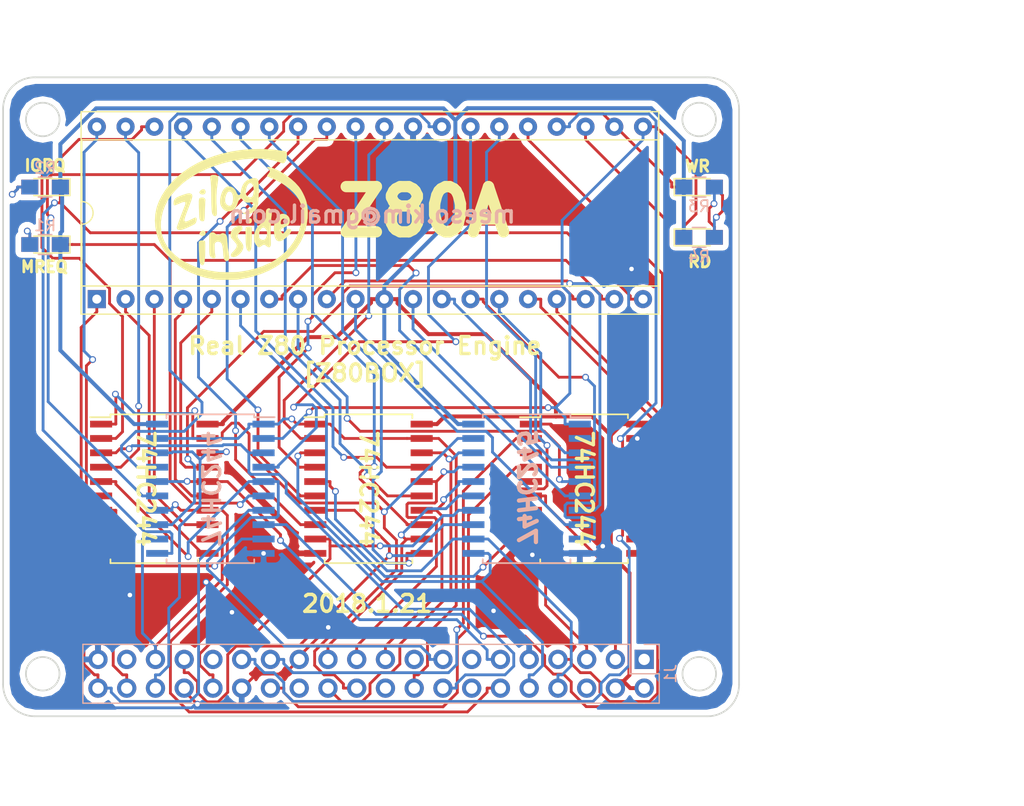
<source format=kicad_pcb>
(kicad_pcb (version 4) (host pcbnew 4.0.7)
  (layers (0 F.Cu signal) (31 B.Cu signal) (34 B.Paste user) (35 F.Paste user) (36 B.SilkS user) (37 F.SilkS user) (38 B.Mask user) (39 F.Mask user) (44 Edge.Cuts user))
  (net 0 "")
  (net 1 /3V3)
  (net 2 +5V)
  (net 3 /R18)
  (net 4 /R19)
  (net 5 GND)
  (net 6 /RCLK)
  (net 7 /R6)
  (net 8 /R7)
  (net 9 /R9)
  (net 10 /R10)
  (net 11 "Net-(J1-Pad13)")
  (net 12 /R14)
  (net 13 /R15)
  (net 14 /RLE0)
  (net 15 /R2)
  (net 16 /R1)
  (net 17 /RLE1)
  (net 18 /R3)
  (net 19 /R0)
  (net 20 "Net-(J1-Pad26)")
  (net 21 /R16)
  (net 22 /R17)
  (net 23 /R20)
  (net 24 /R4)
  (net 25 /R5)
  (net 26 /R11)
  (net 27 /R8)
  (net 28 "Net-(J1-Pad37)")
  (net 29 /R12)
  (net 30 /R13)
  (net 31 /A11)
  (net 32 /A12)
  (net 33 /A13)
  (net 34 /BUSACK)
  (net 35 /A14)
  (net 36 /WAIT)
  (net 37 /A15)
  (net 38 /BUSRQ)
  (net 39 /CLK)
  (net 40 /RESET)
  (net 41 /D4)
  (net 42 /M1)
  (net 43 /D3)
  (net 44 /RFSH)
  (net 45 /D5)
  (net 46 /D6)
  (net 47 /A0)
  (net 48 /A1)
  (net 49 /D2)
  (net 50 /A2)
  (net 51 /D7)
  (net 52 /A3)
  (net 53 /D0)
  (net 54 /A4)
  (net 55 /D1)
  (net 56 /A5)
  (net 57 /INT)
  (net 58 /A6)
  (net 59 /NMI)
  (net 60 /A7)
  (net 61 /HALT)
  (net 62 /A8)
  (net 63 /A9)
  (net 64 /A10)
  (net 65 MERQ)
  (net 66 IORQ)
  (net 67 RD)
  (net 68 WR)
  (net 69 "Net-(J1-Pad17)")
  (net 70 "Net-(J1-Pad31)")
  (net 71 "Net-(U2-Pad3)")
  (net 72 "Net-(U2-Pad5)")
  (net 73 "Net-(U2-Pad15)")
  (net 74 "Net-(U2-Pad17)")
  (net 75 "Net-(D1-Pad2)")
  (net 76 "Net-(D2-Pad2)")
  (net 77 "Net-(D3-Pad2)")
  (net 78 "Net-(D4-Pad2)")
  (module Housings_DIP:DIP-40_W15.24mm_Socket (layer F.Cu) (at 101.092 81.026 90)
    (fp_text reference U1 hide)
    (fp_text value Z80CPU)
    (pad 1 thru_hole rect (at 0 0 90) (size 1.6 1.6) (drill 0.8) (layers *.Cu *.Mask) (net 31 /A11))
    (pad 21 thru_hole oval (at 15.24 48.26 90) (size 1.6 1.6) (drill 0.8) (layers *.Cu *.Mask) (net 67 RD))
    (pad 2 thru_hole oval (at 0 2.54 90) (size 1.6 1.6) (drill 0.8) (layers *.Cu *.Mask) (net 32 /A12))
    (pad 22 thru_hole oval (at 15.24 45.72 90) (size 1.6 1.6) (drill 0.8) (layers *.Cu *.Mask) (net 68 WR))
    (pad 3 thru_hole oval (at 0 5.08 90) (size 1.6 1.6) (drill 0.8) (layers *.Cu *.Mask) (net 33 /A13))
    (pad 23 thru_hole oval (at 15.24 43.18 90) (size 1.6 1.6) (drill 0.8) (layers *.Cu *.Mask) (net 34 /BUSACK))
    (pad 4 thru_hole oval (at 0 7.62 90) (size 1.6 1.6) (drill 0.8) (layers *.Cu *.Mask) (net 35 /A14))
    (pad 24 thru_hole oval (at 15.24 40.64 90) (size 1.6 1.6) (drill 0.8) (layers *.Cu *.Mask) (net 36 /WAIT))
    (pad 5 thru_hole oval (at 0 10.16 90) (size 1.6 1.6) (drill 0.8) (layers *.Cu *.Mask) (net 37 /A15))
    (pad 25 thru_hole oval (at 15.24 38.1 90) (size 1.6 1.6) (drill 0.8) (layers *.Cu *.Mask) (net 38 /BUSRQ))
    (pad 6 thru_hole oval (at 0 12.7 90) (size 1.6 1.6) (drill 0.8) (layers *.Cu *.Mask) (net 39 /CLK))
    (pad 26 thru_hole oval (at 15.24 35.56 90) (size 1.6 1.6) (drill 0.8) (layers *.Cu *.Mask) (net 40 /RESET))
    (pad 7 thru_hole oval (at 0 15.24 90) (size 1.6 1.6) (drill 0.8) (layers *.Cu *.Mask) (net 41 /D4))
    (pad 27 thru_hole oval (at 15.24 33.02 90) (size 1.6 1.6) (drill 0.8) (layers *.Cu *.Mask) (net 42 /M1))
    (pad 8 thru_hole oval (at 0 17.78 90) (size 1.6 1.6) (drill 0.8) (layers *.Cu *.Mask) (net 43 /D3))
    (pad 28 thru_hole oval (at 15.24 30.48 90) (size 1.6 1.6) (drill 0.8) (layers *.Cu *.Mask) (net 44 /RFSH))
    (pad 9 thru_hole oval (at 0 20.32 90) (size 1.6 1.6) (drill 0.8) (layers *.Cu *.Mask) (net 45 /D5))
    (pad 29 thru_hole oval (at 15.24 27.94 90) (size 1.6 1.6) (drill 0.8) (layers *.Cu *.Mask) (net 5 GND))
    (pad 10 thru_hole oval (at 0 22.86 90) (size 1.6 1.6) (drill 0.8) (layers *.Cu *.Mask) (net 46 /D6))
    (pad 30 thru_hole oval (at 15.24 25.4 90) (size 1.6 1.6) (drill 0.8) (layers *.Cu *.Mask) (net 47 /A0))
    (pad 11 thru_hole oval (at 0 25.4 90) (size 1.6 1.6) (drill 0.8) (layers *.Cu *.Mask) (net 2 +5V))
    (pad 31 thru_hole oval (at 15.24 22.86 90) (size 1.6 1.6) (drill 0.8) (layers *.Cu *.Mask) (net 48 /A1))
    (pad 12 thru_hole oval (at 0 27.94 90) (size 1.6 1.6) (drill 0.8) (layers *.Cu *.Mask) (net 49 /D2))
    (pad 32 thru_hole oval (at 15.24 20.32 90) (size 1.6 1.6) (drill 0.8) (layers *.Cu *.Mask) (net 50 /A2))
    (pad 13 thru_hole oval (at 0 30.48 90) (size 1.6 1.6) (drill 0.8) (layers *.Cu *.Mask) (net 51 /D7))
    (pad 33 thru_hole oval (at 15.24 17.78 90) (size 1.6 1.6) (drill 0.8) (layers *.Cu *.Mask) (net 52 /A3))
    (pad 14 thru_hole oval (at 0 33.02 90) (size 1.6 1.6) (drill 0.8) (layers *.Cu *.Mask) (net 53 /D0))
    (pad 34 thru_hole oval (at 15.24 15.24 90) (size 1.6 1.6) (drill 0.8) (layers *.Cu *.Mask) (net 54 /A4))
    (pad 15 thru_hole oval (at 0 35.56 90) (size 1.6 1.6) (drill 0.8) (layers *.Cu *.Mask) (net 55 /D1))
    (pad 35 thru_hole oval (at 15.24 12.7 90) (size 1.6 1.6) (drill 0.8) (layers *.Cu *.Mask) (net 56 /A5))
    (pad 16 thru_hole oval (at 0 38.1 90) (size 1.6 1.6) (drill 0.8) (layers *.Cu *.Mask) (net 57 /INT))
    (pad 36 thru_hole oval (at 15.24 10.16 90) (size 1.6 1.6) (drill 0.8) (layers *.Cu *.Mask) (net 58 /A6))
    (pad 17 thru_hole oval (at 0 40.64 90) (size 1.6 1.6) (drill 0.8) (layers *.Cu *.Mask) (net 59 /NMI))
    (pad 37 thru_hole oval (at 15.24 7.62 90) (size 1.6 1.6) (drill 0.8) (layers *.Cu *.Mask) (net 60 /A7))
    (pad 18 thru_hole oval (at 0 43.18 90) (size 1.6 1.6) (drill 0.8) (layers *.Cu *.Mask) (net 61 /HALT))
    (pad 38 thru_hole oval (at 15.24 5.08 90) (size 1.6 1.6) (drill 0.8) (layers *.Cu *.Mask) (net 62 /A8))
    (pad 19 thru_hole oval (at 0 45.72 90) (size 1.6 1.6) (drill 0.8) (layers *.Cu *.Mask) (net 65 MERQ))
    (pad 39 thru_hole oval (at 15.24 2.54 90) (size 1.6 1.6) (drill 0.8) (layers *.Cu *.Mask) (net 63 /A9))
    (pad 20 thru_hole oval (at 0 48.26 90) (size 1.6 1.6) (drill 0.8) (layers *.Cu *.Mask) (net 66 IORQ))
    (pad 40 thru_hole oval (at 15.24 0 90) (size 1.6 1.6) (drill 0.8) (layers *.Cu *.Mask) (net 64 /A10))
  )
  (module Socket_Strips:Socket_Strip_Straight_2x20_Pitch2.54mm (layer B.Cu) (at 149.454 112.878 90)
    (fp_text reference J1 (at -1.27 2.33 90) (layer B.SilkS) (effects (justify mirror)))
    (fp_text value Raspberry_Pi_2_3)
    (pad 1 thru_hole rect (at 0 0 90) (size 1.7 1.7) (drill 1) (layers *.Cu *.Mask) (net 1 /3V3))
    (pad 2 thru_hole oval (at -2.54 0 90) (size 1.7 1.7) (drill 1) (layers *.Cu *.Mask) (net 2 +5V))
    (pad 3 thru_hole oval (at 0 -2.54 90) (size 1.7 1.7) (drill 1) (layers *.Cu *.Mask) (net 3 /R18))
    (pad 4 thru_hole oval (at -2.54 -2.54 90) (size 1.7 1.7) (drill 1) (layers *.Cu *.Mask) (net 2 +5V))
    (pad 5 thru_hole oval (at 0 -5.08 90) (size 1.7 1.7) (drill 1) (layers *.Cu *.Mask) (net 4 /R19))
    (pad 6 thru_hole oval (at -2.54 -5.08 90) (size 1.7 1.7) (drill 1) (layers *.Cu *.Mask) (net 5 GND))
    (pad 7 thru_hole oval (at 0 -7.62 90) (size 1.7 1.7) (drill 1) (layers *.Cu *.Mask) (net 6 /RCLK))
    (pad 8 thru_hole oval (at -2.54 -7.62 90) (size 1.7 1.7) (drill 1) (layers *.Cu *.Mask) (net 7 /R6))
    (pad 9 thru_hole oval (at 0 -10.16 90) (size 1.7 1.7) (drill 1) (layers *.Cu *.Mask) (net 5 GND))
    (pad 10 thru_hole oval (at -2.54 -10.16 90) (size 1.7 1.7) (drill 1) (layers *.Cu *.Mask) (net 8 /R7))
    (pad 11 thru_hole oval (at 0 -12.7 90) (size 1.7 1.7) (drill 1) (layers *.Cu *.Mask) (net 9 /R9))
    (pad 12 thru_hole oval (at -2.54 -12.7 90) (size 1.7 1.7) (drill 1) (layers *.Cu *.Mask) (net 10 /R10))
    (pad 13 thru_hole oval (at 0 -15.24 90) (size 1.7 1.7) (drill 1) (layers *.Cu *.Mask) (net 11 "Net-(J1-Pad13)"))
    (pad 14 thru_hole oval (at -2.54 -15.24 90) (size 1.7 1.7) (drill 1) (layers *.Cu *.Mask) (net 5 GND))
    (pad 15 thru_hole oval (at 0 -17.78 90) (size 1.7 1.7) (drill 1) (layers *.Cu *.Mask) (net 12 /R14))
    (pad 16 thru_hole oval (at -2.54 -17.78 90) (size 1.7 1.7) (drill 1) (layers *.Cu *.Mask) (net 13 /R15))
    (pad 17 thru_hole oval (at 0 -20.32 90) (size 1.7 1.7) (drill 1) (layers *.Cu *.Mask) (net 69 "Net-(J1-Pad17)"))
    (pad 18 thru_hole oval (at -2.54 -20.32 90) (size 1.7 1.7) (drill 1) (layers *.Cu *.Mask) (net 14 /RLE0))
    (pad 19 thru_hole oval (at 0 -22.86 90) (size 1.7 1.7) (drill 1) (layers *.Cu *.Mask) (net 15 /R2))
    (pad 20 thru_hole oval (at -2.54 -22.86 90) (size 1.7 1.7) (drill 1) (layers *.Cu *.Mask) (net 5 GND))
    (pad 21 thru_hole oval (at 0 -25.4 90) (size 1.7 1.7) (drill 1) (layers *.Cu *.Mask) (net 16 /R1))
    (pad 22 thru_hole oval (at -2.54 -25.4 90) (size 1.7 1.7) (drill 1) (layers *.Cu *.Mask) (net 17 /RLE1))
    (pad 23 thru_hole oval (at 0 -27.94 90) (size 1.7 1.7) (drill 1) (layers *.Cu *.Mask) (net 18 /R3))
    (pad 24 thru_hole oval (at -2.54 -27.94 90) (size 1.7 1.7) (drill 1) (layers *.Cu *.Mask) (net 19 /R0))
    (pad 25 thru_hole oval (at 0 -30.48 90) (size 1.7 1.7) (drill 1) (layers *.Cu *.Mask) (net 5 GND))
    (pad 26 thru_hole oval (at -2.54 -30.48 90) (size 1.7 1.7) (drill 1) (layers *.Cu *.Mask) (net 20 "Net-(J1-Pad26)"))
    (pad 27 thru_hole oval (at 0 -33.02 90) (size 1.7 1.7) (drill 1) (layers *.Cu *.Mask) (net 21 /R16))
    (pad 28 thru_hole oval (at -2.54 -33.02 90) (size 1.7 1.7) (drill 1) (layers *.Cu *.Mask) (net 22 /R17))
    (pad 29 thru_hole oval (at 0 -35.56 90) (size 1.7 1.7) (drill 1) (layers *.Cu *.Mask) (net 23 /R20))
    (pad 30 thru_hole oval (at -2.54 -35.56 90) (size 1.7 1.7) (drill 1) (layers *.Cu *.Mask) (net 5 GND))
    (pad 31 thru_hole oval (at 0 -38.1 90) (size 1.7 1.7) (drill 1) (layers *.Cu *.Mask) (net 70 "Net-(J1-Pad31)"))
    (pad 32 thru_hole oval (at -2.54 -38.1 90) (size 1.7 1.7) (drill 1) (layers *.Cu *.Mask) (net 24 /R4))
    (pad 33 thru_hole oval (at 0 -40.64 90) (size 1.7 1.7) (drill 1) (layers *.Cu *.Mask) (net 25 /R5))
    (pad 34 thru_hole oval (at -2.54 -40.64 90) (size 1.7 1.7) (drill 1) (layers *.Cu *.Mask) (net 5 GND))
    (pad 35 thru_hole oval (at 0 -43.18 90) (size 1.7 1.7) (drill 1) (layers *.Cu *.Mask) (net 26 /R11))
    (pad 36 thru_hole oval (at -2.54 -43.18 90) (size 1.7 1.7) (drill 1) (layers *.Cu *.Mask) (net 27 /R8))
    (pad 37 thru_hole oval (at 0 -45.72 90) (size 1.7 1.7) (drill 1) (layers *.Cu *.Mask) (net 28 "Net-(J1-Pad37)"))
    (pad 38 thru_hole oval (at -2.54 -45.72 90) (size 1.7 1.7) (drill 1) (layers *.Cu *.Mask) (net 29 /R12))
    (pad 39 thru_hole oval (at 0 -48.26 90) (size 1.7 1.7) (drill 1) (layers *.Cu *.Mask) (net 5 GND))
    (pad 40 thru_hole oval (at -2.54 -48.26 90) (size 1.7 1.7) (drill 1) (layers *.Cu *.Mask) (net 30 /R13))
  )
  (module Resistors_SMD:R_0805_HandSoldering (layer B.Cu) (at 96.52 76.2 180)
    (fp_text reference R1 (at 0 1.7 180) (layer B.SilkS) (effects (justify mirror)))
    (fp_text value R)
    (pad 1 smd rect (at -1.35 0 180) (size 1.5 1.3) (layers B.Cu B.Paste B.Mask) (net 2 +5V))
    (pad 2 smd rect (at 1.35 0 180) (size 1.5 1.3) (layers B.Cu B.Paste B.Mask) (net 75 "Net-(D1-Pad2)"))
  )
  (module Resistors_SMD:R_0805_HandSoldering (layer B.Cu) (at 96.52 71.12 180)
    (fp_text reference R2 (at 0 1.7 180) (layer B.SilkS) (effects (justify mirror)))
    (fp_text value R)
    (pad 1 smd rect (at -1.35 0 180) (size 1.5 1.3) (layers B.Cu B.Paste B.Mask) (net 2 +5V))
    (pad 2 smd rect (at 1.35 0 180) (size 1.5 1.3) (layers B.Cu B.Paste B.Mask) (net 76 "Net-(D2-Pad2)"))
  )
  (module Resistors_SMD:R_0805_HandSoldering (layer B.Cu) (at 154.305 71.12)
    (fp_text reference R3 (at 0 1.7) (layer B.SilkS) (effects (justify mirror)))
    (fp_text value R)
    (pad 1 smd rect (at -1.35 0) (size 1.5 1.3) (layers B.Cu B.Paste B.Mask) (net 2 +5V))
    (pad 2 smd rect (at 1.35 0) (size 1.5 1.3) (layers B.Cu B.Paste B.Mask) (net 77 "Net-(D3-Pad2)"))
  )
  (module Resistors_SMD:R_0805_HandSoldering (layer B.Cu) (at 154.305 75.565)
    (fp_text reference R4 (at 0 1.7) (layer B.SilkS) (effects (justify mirror)))
    (fp_text value R)
    (pad 1 smd rect (at -1.35 0) (size 1.5 1.3) (layers B.Cu B.Paste B.Mask) (net 2 +5V))
    (pad 2 smd rect (at 1.35 0) (size 1.5 1.3) (layers B.Cu B.Paste B.Mask) (net 78 "Net-(D4-Pad2)"))
  )
  (module Housings_SOIC:SOIC-20W_7.5x12.8mm_Pitch1.27mm (layer B.Cu) (at 139.065 97.79 180)
    (fp_text reference U4 hide)
    (fp_text value 74HC245)
    (pad 1 smd rect (at -4.7 5.715 180) (size 1.95 0.6) (layers B.Cu B.Paste B.Mask) (net 67 RD))
    (pad 2 smd rect (at -4.7 4.445 180) (size 1.95 0.6) (layers B.Cu B.Paste B.Mask) (net 53 /D0))
    (pad 3 smd rect (at -4.7 3.175 180) (size 1.95 0.6) (layers B.Cu B.Paste B.Mask) (net 55 /D1))
    (pad 4 smd rect (at -4.7 1.905 180) (size 1.95 0.6) (layers B.Cu B.Paste B.Mask) (net 49 /D2))
    (pad 5 smd rect (at -4.7 0.635 180) (size 1.95 0.6) (layers B.Cu B.Paste B.Mask) (net 43 /D3))
    (pad 6 smd rect (at -4.7 -0.635 180) (size 1.95 0.6) (layers B.Cu B.Paste B.Mask) (net 41 /D4))
    (pad 7 smd rect (at -4.7 -1.905 180) (size 1.95 0.6) (layers B.Cu B.Paste B.Mask) (net 45 /D5))
    (pad 8 smd rect (at -4.7 -3.175 180) (size 1.95 0.6) (layers B.Cu B.Paste B.Mask) (net 46 /D6))
    (pad 9 smd rect (at -4.7 -4.445 180) (size 1.95 0.6) (layers B.Cu B.Paste B.Mask) (net 51 /D7))
    (pad 10 smd rect (at -4.7 -5.715 180) (size 1.95 0.6) (layers B.Cu B.Paste B.Mask) (net 5 GND))
    (pad 11 smd rect (at 4.7 -5.715 180) (size 1.95 0.6) (layers B.Cu B.Paste B.Mask) (net 8 /R7))
    (pad 12 smd rect (at 4.7 -4.445 180) (size 1.95 0.6) (layers B.Cu B.Paste B.Mask) (net 7 /R6))
    (pad 13 smd rect (at 4.7 -3.175 180) (size 1.95 0.6) (layers B.Cu B.Paste B.Mask) (net 25 /R5))
    (pad 14 smd rect (at 4.7 -1.905 180) (size 1.95 0.6) (layers B.Cu B.Paste B.Mask) (net 24 /R4))
    (pad 15 smd rect (at 4.7 -0.635 180) (size 1.95 0.6) (layers B.Cu B.Paste B.Mask) (net 18 /R3))
    (pad 16 smd rect (at 4.7 0.635 180) (size 1.95 0.6) (layers B.Cu B.Paste B.Mask) (net 15 /R2))
    (pad 17 smd rect (at 4.7 1.905 180) (size 1.95 0.6) (layers B.Cu B.Paste B.Mask) (net 16 /R1))
    (pad 18 smd rect (at 4.7 3.175 180) (size 1.95 0.6) (layers B.Cu B.Paste B.Mask) (net 19 /R0))
    (pad 19 smd rect (at 4.7 4.445 180) (size 1.95 0.6) (layers B.Cu B.Paste B.Mask) (net 17 /RLE1))
    (pad 20 smd rect (at 4.7 5.715 180) (size 1.95 0.6) (layers B.Cu B.Paste B.Mask) (net 2 +5V))
  )
  (module Housings_SOIC:SOIC-20W_7.5x12.8mm_Pitch1.27mm (layer F.Cu) (at 144.145 97.79)
    (fp_text reference U2 hide)
    (fp_text value 74LS244)
    (pad 1 smd rect (at -4.7 -5.715) (size 1.95 0.6) (layers F.Cu F.Paste F.Mask) (net 5 GND))
    (pad 2 smd rect (at -4.7 -4.445) (size 1.95 0.6) (layers F.Cu F.Paste F.Mask) (net 21 /R16))
    (pad 3 smd rect (at -4.7 -3.175) (size 1.95 0.6) (layers F.Cu F.Paste F.Mask) (net 71 "Net-(U2-Pad3)"))
    (pad 4 smd rect (at -4.7 -1.905) (size 1.95 0.6) (layers F.Cu F.Paste F.Mask) (net 22 /R17))
    (pad 5 smd rect (at -4.7 -0.635) (size 1.95 0.6) (layers F.Cu F.Paste F.Mask) (net 72 "Net-(U2-Pad5)"))
    (pad 6 smd rect (at -4.7 0.635) (size 1.95 0.6) (layers F.Cu F.Paste F.Mask) (net 3 /R18))
    (pad 7 smd rect (at -4.7 1.905) (size 1.95 0.6) (layers F.Cu F.Paste F.Mask) (net 40 /RESET))
    (pad 8 smd rect (at -4.7 3.175) (size 1.95 0.6) (layers F.Cu F.Paste F.Mask) (net 4 /R19))
    (pad 9 smd rect (at -4.7 4.445) (size 1.95 0.6) (layers F.Cu F.Paste F.Mask) (net 39 /CLK))
    (pad 10 smd rect (at -4.7 5.715) (size 1.95 0.6) (layers F.Cu F.Paste F.Mask) (net 5 GND))
    (pad 11 smd rect (at 4.7 5.715) (size 1.95 0.6) (layers F.Cu F.Paste F.Mask) (net 6 /RCLK))
    (pad 12 smd rect (at 4.7 4.445) (size 1.95 0.6) (layers F.Cu F.Paste F.Mask) (net 38 /BUSRQ))
    (pad 13 smd rect (at 4.7 3.175) (size 1.95 0.6) (layers F.Cu F.Paste F.Mask) (net 23 /R20))
    (pad 14 smd rect (at 4.7 1.905) (size 1.95 0.6) (layers F.Cu F.Paste F.Mask) (net 59 /NMI))
    (pad 15 smd rect (at 4.7 0.635) (size 1.95 0.6) (layers F.Cu F.Paste F.Mask) (net 73 "Net-(U2-Pad15)"))
    (pad 16 smd rect (at 4.7 -0.635) (size 1.95 0.6) (layers F.Cu F.Paste F.Mask) (net 57 /INT))
    (pad 17 smd rect (at 4.7 -1.905) (size 1.95 0.6) (layers F.Cu F.Paste F.Mask) (net 74 "Net-(U2-Pad17)"))
    (pad 18 smd rect (at 4.7 -3.175) (size 1.95 0.6) (layers F.Cu F.Paste F.Mask) (net 36 /WAIT))
    (pad 19 smd rect (at 4.7 -4.445) (size 1.95 0.6) (layers F.Cu F.Paste F.Mask) (net 5 GND))
    (pad 20 smd rect (at 4.7 -5.715) (size 1.95 0.6) (layers F.Cu F.Paste F.Mask) (net 2 +5V))
  )
  (module Housings_SOIC:SOIC-20W_7.5x12.8mm_Pitch1.27mm (layer F.Cu) (at 106.172 97.79)
    (fp_text reference U3 hide)
    (fp_text value 74LS244)
    (pad 1 smd rect (at -4.7 -5.715) (size 1.95 0.6) (layers F.Cu F.Paste F.Mask) (net 17 /RLE1))
    (pad 2 smd rect (at -4.7 -4.445) (size 1.95 0.6) (layers F.Cu F.Paste F.Mask) (net 62 /A8))
    (pad 3 smd rect (at -4.7 -3.175) (size 1.95 0.6) (layers F.Cu F.Paste F.Mask) (net 13 /R15))
    (pad 4 smd rect (at -4.7 -1.905) (size 1.95 0.6) (layers F.Cu F.Paste F.Mask) (net 63 /A9))
    (pad 5 smd rect (at -4.7 -0.635) (size 1.95 0.6) (layers F.Cu F.Paste F.Mask) (net 12 /R14))
    (pad 6 smd rect (at -4.7 0.635) (size 1.95 0.6) (layers F.Cu F.Paste F.Mask) (net 64 /A10))
    (pad 7 smd rect (at -4.7 1.905) (size 1.95 0.6) (layers F.Cu F.Paste F.Mask) (net 30 /R13))
    (pad 8 smd rect (at -4.7 3.175) (size 1.95 0.6) (layers F.Cu F.Paste F.Mask) (net 31 /A11))
    (pad 9 smd rect (at -4.7 4.445) (size 1.95 0.6) (layers F.Cu F.Paste F.Mask) (net 29 /R12))
    (pad 10 smd rect (at -4.7 5.715) (size 1.95 0.6) (layers F.Cu F.Paste F.Mask) (net 5 GND))
    (pad 11 smd rect (at 4.7 5.715) (size 1.95 0.6) (layers F.Cu F.Paste F.Mask) (net 32 /A12))
    (pad 12 smd rect (at 4.7 4.445) (size 1.95 0.6) (layers F.Cu F.Paste F.Mask) (net 26 /R11))
    (pad 13 smd rect (at 4.7 3.175) (size 1.95 0.6) (layers F.Cu F.Paste F.Mask) (net 33 /A13))
    (pad 14 smd rect (at 4.7 1.905) (size 1.95 0.6) (layers F.Cu F.Paste F.Mask) (net 10 /R10))
    (pad 15 smd rect (at 4.7 0.635) (size 1.95 0.6) (layers F.Cu F.Paste F.Mask) (net 35 /A14))
    (pad 16 smd rect (at 4.7 -0.635) (size 1.95 0.6) (layers F.Cu F.Paste F.Mask) (net 9 /R9))
    (pad 17 smd rect (at 4.7 -1.905) (size 1.95 0.6) (layers F.Cu F.Paste F.Mask) (net 37 /A15))
    (pad 18 smd rect (at 4.7 -3.175) (size 1.95 0.6) (layers F.Cu F.Paste F.Mask) (net 27 /R8))
    (pad 19 smd rect (at 4.7 -4.445) (size 1.95 0.6) (layers F.Cu F.Paste F.Mask) (net 17 /RLE1))
    (pad 20 smd rect (at 4.7 -5.715) (size 1.95 0.6) (layers F.Cu F.Paste F.Mask) (net 2 +5V))
  )
  (module Housings_SOIC:SOIC-20W_7.5x12.8mm_Pitch1.27mm (layer B.Cu) (at 111.125 97.79 180)
    (fp_text reference U5 hide)
    (fp_text value 74LS244)
    (pad 1 smd rect (at -4.7 5.715 180) (size 1.95 0.6) (layers B.Cu B.Paste B.Mask) (net 14 /RLE0))
    (pad 2 smd rect (at -4.7 4.445 180) (size 1.95 0.6) (layers B.Cu B.Paste B.Mask) (net 67 RD))
    (pad 3 smd rect (at -4.7 3.175 180) (size 1.95 0.6) (layers B.Cu B.Paste B.Mask) (net 13 /R15))
    (pad 4 smd rect (at -4.7 1.905 180) (size 1.95 0.6) (layers B.Cu B.Paste B.Mask) (net 42 /M1))
    (pad 5 smd rect (at -4.7 0.635 180) (size 1.95 0.6) (layers B.Cu B.Paste B.Mask) (net 12 /R14))
    (pad 6 smd rect (at -4.7 -0.635 180) (size 1.95 0.6) (layers B.Cu B.Paste B.Mask) (net 65 MERQ))
    (pad 7 smd rect (at -4.7 -1.905 180) (size 1.95 0.6) (layers B.Cu B.Paste B.Mask) (net 30 /R13))
    (pad 8 smd rect (at -4.7 -3.175 180) (size 1.95 0.6) (layers B.Cu B.Paste B.Mask) (net 34 /BUSACK))
    (pad 9 smd rect (at -4.7 -4.445 180) (size 1.95 0.6) (layers B.Cu B.Paste B.Mask) (net 29 /R12))
    (pad 10 smd rect (at -4.7 -5.715 180) (size 1.95 0.6) (layers B.Cu B.Paste B.Mask) (net 5 GND))
    (pad 11 smd rect (at 4.7 -5.715 180) (size 1.95 0.6) (layers B.Cu B.Paste B.Mask) (net 66 IORQ))
    (pad 12 smd rect (at 4.7 -4.445 180) (size 1.95 0.6) (layers B.Cu B.Paste B.Mask) (net 26 /R11))
    (pad 13 smd rect (at 4.7 -3.175 180) (size 1.95 0.6) (layers B.Cu B.Paste B.Mask) (net 61 /HALT))
    (pad 14 smd rect (at 4.7 -1.905 180) (size 1.95 0.6) (layers B.Cu B.Paste B.Mask) (net 10 /R10))
    (pad 15 smd rect (at 4.7 -0.635 180) (size 1.95 0.6) (layers B.Cu B.Paste B.Mask) (net 68 WR))
    (pad 16 smd rect (at 4.7 0.635 180) (size 1.95 0.6) (layers B.Cu B.Paste B.Mask) (net 9 /R9))
    (pad 17 smd rect (at 4.7 1.905 180) (size 1.95 0.6) (layers B.Cu B.Paste B.Mask) (net 44 /RFSH))
    (pad 18 smd rect (at 4.7 3.175 180) (size 1.95 0.6) (layers B.Cu B.Paste B.Mask) (net 27 /R8))
    (pad 19 smd rect (at 4.7 4.445 180) (size 1.95 0.6) (layers B.Cu B.Paste B.Mask) (net 14 /RLE0))
    (pad 20 smd rect (at 4.7 5.715 180) (size 1.95 0.6) (layers B.Cu B.Paste B.Mask) (net 2 +5V))
  )
  (module Housings_SOIC:SOIC-20W_7.5x12.8mm_Pitch1.27mm (layer F.Cu) (at 125.095 97.79)
    (fp_text reference U6 hide)
    (fp_text value 74LS244)
    (pad 1 smd rect (at -4.7 -5.715) (size 1.95 0.6) (layers F.Cu F.Paste F.Mask) (net 14 /RLE0))
    (pad 2 smd rect (at -4.7 -4.445) (size 1.95 0.6) (layers F.Cu F.Paste F.Mask) (net 47 /A0))
    (pad 3 smd rect (at -4.7 -3.175) (size 1.95 0.6) (layers F.Cu F.Paste F.Mask) (net 8 /R7))
    (pad 4 smd rect (at -4.7 -1.905) (size 1.95 0.6) (layers F.Cu F.Paste F.Mask) (net 48 /A1))
    (pad 5 smd rect (at -4.7 -0.635) (size 1.95 0.6) (layers F.Cu F.Paste F.Mask) (net 7 /R6))
    (pad 6 smd rect (at -4.7 0.635) (size 1.95 0.6) (layers F.Cu F.Paste F.Mask) (net 50 /A2))
    (pad 7 smd rect (at -4.7 1.905) (size 1.95 0.6) (layers F.Cu F.Paste F.Mask) (net 25 /R5))
    (pad 8 smd rect (at -4.7 3.175) (size 1.95 0.6) (layers F.Cu F.Paste F.Mask) (net 52 /A3))
    (pad 9 smd rect (at -4.7 4.445) (size 1.95 0.6) (layers F.Cu F.Paste F.Mask) (net 24 /R4))
    (pad 10 smd rect (at -4.7 5.715) (size 1.95 0.6) (layers F.Cu F.Paste F.Mask) (net 5 GND))
    (pad 11 smd rect (at 4.7 5.715) (size 1.95 0.6) (layers F.Cu F.Paste F.Mask) (net 54 /A4))
    (pad 12 smd rect (at 4.7 4.445) (size 1.95 0.6) (layers F.Cu F.Paste F.Mask) (net 18 /R3))
    (pad 13 smd rect (at 4.7 3.175) (size 1.95 0.6) (layers F.Cu F.Paste F.Mask) (net 56 /A5))
    (pad 14 smd rect (at 4.7 1.905) (size 1.95 0.6) (layers F.Cu F.Paste F.Mask) (net 15 /R2))
    (pad 15 smd rect (at 4.7 0.635) (size 1.95 0.6) (layers F.Cu F.Paste F.Mask) (net 58 /A6))
    (pad 16 smd rect (at 4.7 -0.635) (size 1.95 0.6) (layers F.Cu F.Paste F.Mask) (net 16 /R1))
    (pad 17 smd rect (at 4.7 -1.905) (size 1.95 0.6) (layers F.Cu F.Paste F.Mask) (net 60 /A7))
    (pad 18 smd rect (at 4.7 -3.175) (size 1.95 0.6) (layers F.Cu F.Paste F.Mask) (net 19 /R0))
    (pad 19 smd rect (at 4.7 -4.445) (size 1.95 0.6) (layers F.Cu F.Paste F.Mask) (net 14 /RLE0))
    (pad 20 smd rect (at 4.7 -5.715) (size 1.95 0.6) (layers F.Cu F.Paste F.Mask) (net 2 +5V))
  )
  (module LEDs:LED_0805_HandSoldering (layer F.Cu) (at 96.52 76.2 180)
    (fp_text reference D1 hide)
    (fp_text value LED_Small)
    (pad 1 smd rect (at -1.35 0 180) (size 1.5 1.3) (layers F.Cu F.Paste F.Mask) (net 65 MERQ))
    (pad 2 smd rect (at 1.35 0 180) (size 1.5 1.3) (layers F.Cu F.Paste F.Mask) (net 75 "Net-(D1-Pad2)"))
  )
  (module LEDs:LED_0805_HandSoldering (layer F.Cu) (at 96.52 71.12 180)
    (fp_text reference D2 hide)
    (fp_text value LED_Small)
    (pad 1 smd rect (at -1.35 0 180) (size 1.5 1.3) (layers F.Cu F.Paste F.Mask) (net 66 IORQ))
    (pad 2 smd rect (at 1.35 0 180) (size 1.5 1.3) (layers F.Cu F.Paste F.Mask) (net 76 "Net-(D2-Pad2)"))
  )
  (module LEDs:LED_0805_HandSoldering (layer F.Cu) (at 154.305 75.565)
    (fp_text reference D3 hide)
    (fp_text value LED_Small)
    (pad 1 smd rect (at -1.35 0) (size 1.5 1.3) (layers F.Cu F.Paste F.Mask) (net 67 RD))
    (pad 2 smd rect (at 1.35 0) (size 1.5 1.3) (layers F.Cu F.Paste F.Mask) (net 77 "Net-(D3-Pad2)"))
  )
  (module LEDs:LED_0805_HandSoldering (layer F.Cu) (at 154.305 71.12)
    (fp_text reference D4 hide)
    (fp_text value LED_Small)
    (pad 1 smd rect (at -1.35 0) (size 1.5 1.3) (layers F.Cu F.Paste F.Mask) (net 68 WR))
    (pad 2 smd rect (at 1.35 0) (size 1.5 1.3) (layers F.Cu F.Paste F.Mask) (net 78 "Net-(D4-Pad2)"))
  )
  (module 8BIT:zilog_inside_logo (layer F.Cu) (at 112.9665 73.533)
    (fp_text reference G*** hide)
    (fp_text value LOGO hide)
  )
  (gr_text Z80A (at 129.9845 73.279) (layer F.SilkS) (effects (font (size 4 4) (thickness 1))))
  (gr_text meeso.kim@gmail.com (at 125.4125 73.533) (layer B.SilkS) (effects (font (size 1.5 1.5) (thickness 0.3)) (justify mirror)))
  (gr_text 2018.1.21 (at 124.968 107.95) (layer F.SilkS) (effects (font (size 1.5 1.5) (thickness 0.3))))
  (gr_text 74HC244 (at 111.125 97.79 270) (layer B.SilkS) (effects (font (size 1.5 1.5) (thickness 0.3)) (justify mirror)))
  (gr_text 74HC245 (at 139.065 97.79 270) (layer B.SilkS) (effects (font (size 1.5 1.5) (thickness 0.375) italic) (justify mirror)))
  (gr_text 74HC244 (at 144.145 97.79 270) (layer F.SilkS) (effects (font (size 1.5 1.5) (thickness 0.3))))
  (gr_text 74HC244 (at 125.095 97.79 270) (layer F.SilkS) (effects (font (size 1.5 1.5) (thickness 0.3))))
  (gr_text 74HC244 (at 105.41 97.79 270) (layer F.SilkS) (effects (font (size 1.5 1.5) (thickness 0.3))))
  (gr_text "Real Z80 Processor Engine\n[Z80BOX]" (at 124.7775 86.36) (layer F.SilkS) (effects (font (size 1.5 1.5) (thickness 0.3))))
  (gr_text IORQ (at 96.52 69.215) (layer F.SilkS) (effects (font (size 1 1) (thickness 0.25))))
  (gr_text MREQ (at 96.4565 78.1685) (layer F.SilkS) (effects (font (size 1 1) (thickness 0.25))))
  (gr_text WR (at 154.178 69.2785) (layer F.SilkS) (effects (font (size 1 1) (thickness 0.25))))
  (gr_text RD (at 154.3685 77.724) (layer F.SilkS) (effects (font (size 1 1) (thickness 0.25))))
  (gr_arc (start 95.6056 64.2112) (end 92.8116 64.2112) (angle 91.02303019) (layer Edge.Cuts) (width 0.15))
  (gr_arc (start 155.0416 64.2112) (end 155.0416 61.4172) (angle 91.02303019) (layer Edge.Cuts) (width 0.15))
  (gr_circle (center 96.316487 65.14592) (end 95.148087 64.23152) (layer Edge.Cuts) (width 0.15))
  (gr_circle (center 154.309767 65.14592) (end 153.141367 64.23152) (layer Edge.Cuts) (width 0.15))
  (gr_circle (center 96.31172 114.147913) (end 95.14332 113.233513) (layer Edge.Cuts) (width 0.15))
  (gr_circle (center 154.32024 114.1476) (end 153.15184 113.2332) (layer Edge.Cuts) (width 0.15))
  (gr_arc (start 95.605155 115.111885) (end 95.605155 117.905885) (angle 91.02303019) (layer Edge.Cuts) (width 0.15))
  (gr_arc (start 155.0416 115.113245) (end 157.8356 115.113245) (angle 91.02303019) (layer Edge.Cuts) (width 0.15))
  (gr_line (start 155.0416 61.4172) (end 95.655485 61.4172) (layer Edge.Cuts) (width 0.15))
  (gr_line (start 92.8116 64.212) (end 92.8116 115.062) (layer Edge.Cuts) (width 0.15))
  (gr_line (start 154.991715 117.9068) (end 95.605155 117.9068) (layer Edge.Cuts) (width 0.15))
  (gr_line (start 157.8356 64.261085) (end 157.8356 115.113245) (layer Edge.Cuts) (width 0.15))
  (segment (start 143.891 103.632) (end 143.891 104.775) (width 0.25) (layer F.Cu) (net 0))
  (segment (start 143.002 105.664) (end 141.605 105.664) (width 0.25) (layer F.Cu) (net 0))
  (segment (start 143.891 104.775) (end 143.002 105.664) (width 0.25) (layer F.Cu) (net 0))
  (segment (start 152.955 75.565) (end 152.955 71.12) (width 0.35) (layer B.Cu) (net 2))
  (segment (start 97.87 76.2) (end 97.87 77.2253) (width 0.35) (layer B.Cu) (net 2))
  (segment (start 148.845 92.075) (end 147.4947 92.075) (width 0.35) (layer F.Cu) (net 2))
  (segment (start 104.3969 92.075) (end 106.425 92.075) (width 0.35) (layer B.Cu) (net 2))
  (segment (start 97.87 85.5481) (end 104.3969 92.075) (width 0.35) (layer B.Cu) (net 2))
  (segment (start 97.87 77.2253) (end 97.87 85.5481) (width 0.35) (layer B.Cu) (net 2))
  (segment (start 97.87 71.12) (end 97.87 70.0947) (width 0.35) (layer B.Cu) (net 2))
  (segment (start 146.914 115.418) (end 146.914 114.8053) (width 0.35) (layer F.Cu) (net 2))
  (segment (start 149.454 115.418) (end 148.2287 115.418) (width 0.35) (layer F.Cu) (net 2))
  (segment (start 146.914 114.8053) (end 147.616 114.8053) (width 0.35) (layer F.Cu) (net 2))
  (segment (start 147.616 114.8053) (end 148.2287 115.418) (width 0.35) (layer F.Cu) (net 2))
  (segment (start 97.87 76.2) (end 97.87 75.1747) (width 0.35) (layer B.Cu) (net 2))
  (segment (start 98.0265 71.2765) (end 97.87 71.12) (width 0.35) (layer B.Cu) (net 2))
  (segment (start 98.0265 75.0182) (end 98.0265 71.2765) (width 0.35) (layer B.Cu) (net 2))
  (segment (start 97.87 75.1747) (end 98.0265 75.0182) (width 0.35) (layer B.Cu) (net 2))
  (segment (start 147.4947 92.075) (end 146.5061 93.0636) (width 0.35) (layer F.Cu) (net 2))
  (segment (start 148.152 114.2693) (end 147.616 114.8053) (width 0.35) (layer F.Cu) (net 2))
  (segment (start 148.152 105.2423) (end 148.152 114.2693) (width 0.35) (layer F.Cu) (net 2))
  (segment (start 146.5061 103.5964) (end 148.152 105.2423) (width 0.35) (layer F.Cu) (net 2))
  (segment (start 146.5061 93.0636) (end 146.5061 103.5964) (width 0.35) (layer F.Cu) (net 2))
  (segment (start 129.795 92.075) (end 131.1453 92.075) (width 0.35) (layer F.Cu) (net 2))
  (segment (start 134.365 92.075) (end 133.0147 92.075) (width 0.35) (layer B.Cu) (net 2))
  (segment (start 126.492 81.026) (end 125.3167 81.026) (width 0.35) (layer F.Cu) (net 2))
  (segment (start 110.872 92.075) (end 112.2223 92.075) (width 0.35) (layer F.Cu) (net 2))
  (segment (start 126.492 81.026) (end 127.6673 81.026) (width 0.35) (layer F.Cu) (net 2))
  (segment (start 131.8206 91.3997) (end 141.6574 91.3997) (width 0.35) (layer F.Cu) (net 2))
  (segment (start 131.1453 92.075) (end 131.8206 91.3997) (width 0.35) (layer F.Cu) (net 2))
  (segment (start 144.8422 91.3997) (end 146.5061 93.0636) (width 0.35) (layer F.Cu) (net 2))
  (segment (start 141.6574 91.3997) (end 144.8422 91.3997) (width 0.35) (layer F.Cu) (net 2))
  (segment (start 126.492 85.5523) (end 126.492 81.026) (width 0.35) (layer B.Cu) (net 2))
  (segment (start 133.0147 92.075) (end 126.492 85.5523) (width 0.35) (layer B.Cu) (net 2))
  (segment (start 132.7716 73.5711) (end 132.7716 65.2157) (width 0.35) (layer B.Cu) (net 2))
  (segment (start 126.492 79.8507) (end 132.7716 73.5711) (width 0.35) (layer B.Cu) (net 2))
  (segment (start 131.7158 64.1599) (end 132.7716 65.2157) (width 0.35) (layer B.Cu) (net 2))
  (segment (start 101.0315 64.1599) (end 131.7158 64.1599) (width 0.35) (layer B.Cu) (net 2))
  (segment (start 97.87 67.3214) (end 101.0315 64.1599) (width 0.35) (layer B.Cu) (net 2))
  (segment (start 97.87 70.0947) (end 97.87 67.3214) (width 0.35) (layer B.Cu) (net 2))
  (segment (start 152.955 67.0269) (end 152.955 71.12) (width 0.35) (layer B.Cu) (net 2))
  (segment (start 150.0731 64.145) (end 152.955 67.0269) (width 0.35) (layer B.Cu) (net 2))
  (segment (start 133.8423 64.145) (end 150.0731 64.145) (width 0.35) (layer B.Cu) (net 2))
  (segment (start 132.7716 65.2157) (end 133.8423 64.145) (width 0.35) (layer B.Cu) (net 2))
  (segment (start 126.492 81.026) (end 126.492 79.8507) (width 0.35) (layer B.Cu) (net 2))
  (segment (start 127.6673 81.3913) (end 127.6673 81.026) (width 0.35) (layer F.Cu) (net 2))
  (segment (start 130.3954 84.1194) (end 127.6673 81.3913) (width 0.35) (layer F.Cu) (net 2))
  (segment (start 135.4341 84.1194) (end 130.3954 84.1194) (width 0.35) (layer F.Cu) (net 2))
  (segment (start 141.6574 90.3427) (end 135.4341 84.1194) (width 0.35) (layer F.Cu) (net 2))
  (segment (start 141.6574 91.3997) (end 141.6574 90.3427) (width 0.35) (layer F.Cu) (net 2))
  (segment (start 112.2223 91.9062) (end 112.2223 92.075) (width 0.35) (layer F.Cu) (net 2))
  (segment (start 119.7451 84.3834) (end 112.2223 91.9062) (width 0.35) (layer F.Cu) (net 2))
  (segment (start 122.2795 84.3834) (end 119.7451 84.3834) (width 0.35) (layer F.Cu) (net 2))
  (segment (start 122.2795 84.3833) (end 122.2795 84.3834) (width 0.35) (layer F.Cu) (net 2))
  (segment (start 125.3167 81.3461) (end 122.2795 84.3833) (width 0.35) (layer F.Cu) (net 2))
  (segment (start 125.3167 81.026) (end 125.3167 81.3461) (width 0.35) (layer F.Cu) (net 2))
  (segment (start 146.914 105.3999) (end 146.914 111.7027) (width 0.25) (layer F.Cu) (net 3))
  (segment (start 140.7453 99.2312) (end 146.914 105.3999) (width 0.25) (layer F.Cu) (net 3))
  (segment (start 140.7453 98.425) (end 140.7453 99.2312) (width 0.25) (layer F.Cu) (net 3))
  (segment (start 146.914 112.878) (end 146.914 111.7027) (width 0.25) (layer F.Cu) (net 3))
  (segment (start 139.445 98.425) (end 140.7453 98.425) (width 0.25) (layer F.Cu) (net 3))
  (segment (start 140.7453 108.074) (end 144.374 111.7027) (width 0.25) (layer F.Cu) (net 4))
  (segment (start 140.7453 100.965) (end 140.7453 108.074) (width 0.25) (layer F.Cu) (net 4))
  (segment (start 139.445 100.965) (end 140.7453 100.965) (width 0.25) (layer F.Cu) (net 4))
  (segment (start 144.374 112.878) (end 144.374 111.7027) (width 0.25) (layer F.Cu) (net 4))
  (segment (start 129.032 65.786) (end 129.032 70.485) (width 0.25) (layer F.Cu) (net 5))
  (segment (start 148.082 78.613) (end 148.082 84.582) (width 0.25) (layer B.Cu) (net 5))
  (segment (start 148.336 78.359) (end 148.082 78.613) (width 0.25) (layer B.Cu) (net 5))
  (via (at 148.336 78.359) (size 0.6) (drill 0.4) (layers F.Cu B.Cu) (net 5))
  (segment (start 141.478 71.501) (end 148.336 78.359) (width 0.25) (layer F.Cu) (net 5))
  (segment (start 130.048 71.501) (end 141.478 71.501) (width 0.25) (layer F.Cu) (net 5))
  (segment (start 129.032 70.485) (end 130.048 71.501) (width 0.25) (layer F.Cu) (net 5))
  (segment (start 109.982 116.84) (end 109.7915 116.84) (width 0.25) (layer B.Cu) (net 5))
  (segment (start 109.474 117.1575) (end 99.949 117.1575) (width 0.25) (layer B.Cu) (net 5))
  (segment (start 109.7915 116.84) (end 109.474 117.1575) (width 0.25) (layer B.Cu) (net 5))
  (segment (start 118.974 112.878) (end 118.974 112.6105) (width 0.25) (layer F.Cu) (net 5))
  (segment (start 118.974 112.6105) (end 121.539 110.0455) (width 0.25) (layer F.Cu) (net 5))
  (via (at 121.539 110.0455) (size 0.6) (drill 0.4) (layers F.Cu B.Cu) (net 5))
  (segment (start 139.294 112.878) (end 139.294 111.735) (width 0.25) (layer B.Cu) (net 5))
  (segment (start 139.445 105.284) (end 139.445 103.505) (width 0.25) (layer F.Cu) (net 5))
  (segment (start 136.144 108.585) (end 139.445 105.284) (width 0.25) (layer F.Cu) (net 5))
  (via (at 136.144 108.585) (size 0.6) (drill 0.4) (layers F.Cu B.Cu) (net 5))
  (segment (start 139.294 111.735) (end 136.144 108.585) (width 0.25) (layer B.Cu) (net 5))
  (via (at 139.573 103.632) (size 0.6) (drill 0.4) (layers F.Cu B.Cu) (net 5))
  (segment (start 139.573 103.632) (end 139.446 103.505) (width 0.25) (layer F.Cu) (net 5))
  (segment (start 139.446 103.505) (end 139.445 103.505) (width 0.25) (layer F.Cu) (net 5))
  (segment (start 139.445 92.075) (end 141.224 92.075) (width 0.25) (layer F.Cu) (net 5))
  (via (at 145.796 102.87) (size 0.6) (drill 0.4) (layers F.Cu B.Cu) (net 5))
  (segment (start 145.796 93.345) (end 145.796 102.87) (width 0.25) (layer F.Cu) (net 5))
  (segment (start 145.161 92.71) (end 145.796 93.345) (width 0.25) (layer F.Cu) (net 5))
  (segment (start 141.859 92.71) (end 145.161 92.71) (width 0.25) (layer F.Cu) (net 5))
  (segment (start 141.224 92.075) (end 141.859 92.71) (width 0.25) (layer F.Cu) (net 5))
  (via (at 148.845 93.345) (size 0.6) (drill 0.4) (layers F.Cu B.Cu) (net 5))
  (segment (start 148.845 93.345) (end 148.844 93.345) (width 0.25) (layer B.Cu) (net 5))
  (segment (start 101.194 112.878) (end 101.194 107.975) (width 0.25) (layer B.Cu) (net 5))
  (via (at 113.03 108.712) (size 0.6) (drill 0.4) (layers F.Cu B.Cu) (net 5))
  (segment (start 113.03 108.331) (end 113.03 108.712) (width 0.25) (layer B.Cu) (net 5))
  (segment (start 110.744 106.045) (end 113.03 108.331) (width 0.25) (layer B.Cu) (net 5))
  (via (at 110.744 106.045) (size 0.6) (drill 0.4) (layers F.Cu B.Cu) (net 5))
  (segment (start 105.156 106.045) (end 110.744 106.045) (width 0.25) (layer F.Cu) (net 5))
  (segment (start 104.013 107.188) (end 105.156 106.045) (width 0.25) (layer F.Cu) (net 5))
  (via (at 104.013 107.188) (size 0.6) (drill 0.4) (layers F.Cu B.Cu) (net 5))
  (segment (start 101.981 107.188) (end 104.013 107.188) (width 0.25) (layer B.Cu) (net 5))
  (segment (start 101.194 107.975) (end 101.981 107.188) (width 0.25) (layer B.Cu) (net 5))
  (segment (start 113.894 115.418) (end 113.944 115.418) (width 0.25) (layer F.Cu) (net 5))
  (segment (start 113.944 115.418) (end 115.189 114.173) (width 0.25) (layer F.Cu) (net 5))
  (segment (start 117.679 114.173) (end 118.974 112.878) (width 0.25) (layer F.Cu) (net 5))
  (segment (start 115.189 114.173) (end 117.679 114.173) (width 0.25) (layer F.Cu) (net 5))
  (segment (start 113.894 115.418) (end 113.894 116.738) (width 0.25) (layer B.Cu) (net 5))
  (via (at 109.982 116.84) (size 0.6) (drill 0.4) (layers F.Cu B.Cu) (net 5))
  (segment (start 109.982 116.84) (end 108.814 115.672) (width 0.25) (layer F.Cu) (net 5))
  (segment (start 110.236 117.094) (end 109.982 116.84) (width 0.25) (layer B.Cu) (net 5))
  (segment (start 112.268 117.094) (end 110.236 117.094) (width 0.25) (layer B.Cu) (net 5))
  (segment (start 112.522 116.84) (end 112.268 117.094) (width 0.25) (layer B.Cu) (net 5))
  (segment (start 113.792 116.84) (end 112.522 116.84) (width 0.25) (layer B.Cu) (net 5))
  (segment (start 113.894 116.738) (end 113.792 116.84) (width 0.25) (layer B.Cu) (net 5))
  (segment (start 108.814 115.418) (end 108.814 115.672) (width 0.25) (layer F.Cu) (net 5))
  (via (at 115.825 103.505) (size 0.6) (drill 0.4) (layers F.Cu B.Cu) (net 5))
  (segment (start 115.824 103.632) (end 115.824 103.506) (width 0.25) (layer F.Cu) (net 5))
  (segment (start 115.824 103.506) (end 115.825 103.505) (width 0.25) (layer F.Cu) (net 5))
  (segment (start 143.0093 113.2454) (end 143.0093 112.878) (width 0.25) (layer F.Cu) (net 6))
  (segment (start 143.8172 114.0533) (end 143.0093 113.2454) (width 0.25) (layer F.Cu) (net 6))
  (segment (start 144.7103 114.0533) (end 143.8172 114.0533) (width 0.25) (layer F.Cu) (net 6))
  (segment (start 145.5494 114.8924) (end 144.7103 114.0533) (width 0.25) (layer F.Cu) (net 6))
  (segment (start 145.5494 115.7759) (end 145.5494 114.8924) (width 0.25) (layer F.Cu) (net 6))
  (segment (start 146.3709 116.5974) (end 145.5494 115.7759) (width 0.25) (layer F.Cu) (net 6))
  (segment (start 149.938 116.5974) (end 146.3709 116.5974) (width 0.25) (layer F.Cu) (net 6))
  (segment (start 150.6449 115.8905) (end 149.938 116.5974) (width 0.25) (layer F.Cu) (net 6))
  (segment (start 150.6449 104.0046) (end 150.6449 115.8905) (width 0.25) (layer F.Cu) (net 6))
  (segment (start 150.1453 103.505) (end 150.6449 104.0046) (width 0.25) (layer F.Cu) (net 6))
  (segment (start 148.845 103.505) (end 150.1453 103.505) (width 0.25) (layer F.Cu) (net 6))
  (segment (start 141.834 112.878) (end 143.0093 112.878) (width 0.25) (layer F.Cu) (net 6))
  (via (at 122.1747 98.0232) (size 0.6) (layers F.Cu B.Cu) (net 7))
  (segment (start 121.6953 97.5438) (end 122.1747 98.0232) (width 0.25) (layer F.Cu) (net 7))
  (segment (start 121.6953 97.155) (end 121.6953 97.5438) (width 0.25) (layer F.Cu) (net 7))
  (segment (start 120.395 97.155) (end 121.6953 97.155) (width 0.25) (layer F.Cu) (net 7))
  (segment (start 142.2014 114.2427) (end 141.834 114.2427) (width 0.25) (layer B.Cu) (net 7))
  (segment (start 143.0093 113.4348) (end 142.2014 114.2427) (width 0.25) (layer B.Cu) (net 7))
  (segment (start 143.0093 109.579) (end 143.0093 113.4348) (width 0.25) (layer B.Cu) (net 7))
  (segment (start 135.6653 102.235) (end 143.0093 109.579) (width 0.25) (layer B.Cu) (net 7))
  (segment (start 134.365 102.235) (end 135.6653 102.235) (width 0.25) (layer B.Cu) (net 7))
  (segment (start 141.834 115.418) (end 141.834 114.2427) (width 0.25) (layer B.Cu) (net 7))
  (segment (start 122.1747 100.4823) (end 122.1747 98.0232) (width 0.25) (layer B.Cu) (net 7))
  (segment (start 126.7395 105.0471) (end 122.1747 100.4823) (width 0.25) (layer B.Cu) (net 7))
  (segment (start 129.7627 105.0471) (end 126.7395 105.0471) (width 0.25) (layer B.Cu) (net 7))
  (segment (start 132.5748 102.235) (end 129.7627 105.0471) (width 0.25) (layer B.Cu) (net 7))
  (segment (start 134.365 102.235) (end 132.5748 102.235) (width 0.25) (layer B.Cu) (net 7))
  (via (at 118.8539 94.9003) (size 0.6) (layers F.Cu B.Cu) (net 8))
  (segment (start 139.294 115.418) (end 139.294 114.2427) (width 0.25) (layer B.Cu) (net 8))
  (segment (start 119.0947 94.6595) (end 118.8539 94.9003) (width 0.25) (layer F.Cu) (net 8))
  (segment (start 119.0947 94.615) (end 119.0947 94.6595) (width 0.25) (layer F.Cu) (net 8))
  (segment (start 120.395 94.615) (end 119.0947 94.615) (width 0.25) (layer F.Cu) (net 8))
  (segment (start 139.6614 114.2427) (end 139.294 114.2427) (width 0.25) (layer B.Cu) (net 8))
  (segment (start 140.4693 113.4348) (end 139.6614 114.2427) (width 0.25) (layer B.Cu) (net 8))
  (segment (start 140.4693 111.3612) (end 140.4693 113.4348) (width 0.25) (layer B.Cu) (net 8))
  (segment (start 135.1006 105.9925) (end 140.4693 111.3612) (width 0.25) (layer B.Cu) (net 8))
  (segment (start 126.2852 105.9925) (end 135.1006 105.9925) (width 0.25) (layer B.Cu) (net 8))
  (segment (start 118.8539 98.5612) (end 126.2852 105.9925) (width 0.25) (layer B.Cu) (net 8))
  (segment (start 118.8539 94.9003) (end 118.8539 98.5612) (width 0.25) (layer B.Cu) (net 8))
  (segment (start 135.8478 103.6875) (end 135.6653 103.505) (width 0.25) (layer B.Cu) (net 8))
  (segment (start 135.8478 105.2453) (end 135.8478 103.6875) (width 0.25) (layer B.Cu) (net 8))
  (segment (start 135.1006 105.9925) (end 135.8478 105.2453) (width 0.25) (layer B.Cu) (net 8))
  (segment (start 134.365 103.505) (end 135.6653 103.505) (width 0.25) (layer B.Cu) (net 8))
  (via (at 117.3207 102.3662) (size 0.6) (layers F.Cu B.Cu) (net 9))
  (via (at 109.0715 97.1317) (size 0.6) (layers F.Cu B.Cu) (net 9))
  (segment (start 110.872 97.155) (end 112.1723 97.155) (width 0.25) (layer F.Cu) (net 9))
  (segment (start 136.754 112.878) (end 135.5787 112.878) (width 0.25) (layer B.Cu) (net 9))
  (segment (start 112.6356 97.155) (end 112.1723 97.155) (width 0.25) (layer F.Cu) (net 9))
  (segment (start 117.3207 101.8401) (end 112.6356 97.155) (width 0.25) (layer F.Cu) (net 9))
  (segment (start 117.3207 102.3662) (end 117.3207 101.8401) (width 0.25) (layer F.Cu) (net 9))
  (segment (start 109.0482 97.155) (end 109.0715 97.1317) (width 0.25) (layer B.Cu) (net 9))
  (segment (start 106.425 97.155) (end 109.0482 97.155) (width 0.25) (layer B.Cu) (net 9))
  (segment (start 109.0948 97.155) (end 110.872 97.155) (width 0.25) (layer F.Cu) (net 9))
  (segment (start 109.0715 97.1317) (end 109.0948 97.155) (width 0.25) (layer F.Cu) (net 9))
  (segment (start 124.3234 109.3689) (end 117.3207 102.3662) (width 0.25) (layer B.Cu) (net 9))
  (segment (start 132.9007 109.3689) (end 124.3234 109.3689) (width 0.25) (layer B.Cu) (net 9))
  (segment (start 135.5787 112.0469) (end 132.9007 109.3689) (width 0.25) (layer B.Cu) (net 9))
  (segment (start 135.5787 112.878) (end 135.5787 112.0469) (width 0.25) (layer B.Cu) (net 9))
  (via (at 108.0215 99.1968) (size 0.6) (layers F.Cu B.Cu) (net 10))
  (segment (start 107.7253 99.493) (end 108.0215 99.1968) (width 0.25) (layer B.Cu) (net 10))
  (segment (start 107.7253 99.695) (end 107.7253 99.493) (width 0.25) (layer B.Cu) (net 10))
  (segment (start 106.425 99.695) (end 107.7253 99.695) (width 0.25) (layer B.Cu) (net 10))
  (segment (start 108.5197 99.695) (end 110.872 99.695) (width 0.25) (layer F.Cu) (net 10))
  (segment (start 108.0215 99.1968) (end 108.5197 99.695) (width 0.25) (layer F.Cu) (net 10))
  (segment (start 135.5787 115.7853) (end 135.5787 115.418) (width 0.25) (layer F.Cu) (net 10))
  (segment (start 133.8428 117.5212) (end 135.5787 115.7853) (width 0.25) (layer F.Cu) (net 10))
  (segment (start 109.249 117.5212) (end 133.8428 117.5212) (width 0.25) (layer F.Cu) (net 10))
  (segment (start 107.5943 115.8665) (end 109.249 117.5212) (width 0.25) (layer F.Cu) (net 10))
  (segment (start 107.5943 111.2969) (end 107.5943 115.8665) (width 0.25) (layer F.Cu) (net 10))
  (segment (start 112.6229 106.2683) (end 107.5943 111.2969) (width 0.25) (layer F.Cu) (net 10))
  (segment (start 112.6229 100.1456) (end 112.6229 106.2683) (width 0.25) (layer F.Cu) (net 10))
  (segment (start 112.1723 99.695) (end 112.6229 100.1456) (width 0.25) (layer F.Cu) (net 10))
  (segment (start 110.872 99.695) (end 112.1723 99.695) (width 0.25) (layer F.Cu) (net 10))
  (segment (start 136.754 115.418) (end 135.5787 115.418) (width 0.25) (layer F.Cu) (net 10))
  (via (at 109.1649 103.7878) (size 0.6) (layers F.Cu B.Cu) (net 12))
  (segment (start 131.674 112.878) (end 130.4987 112.878) (width 0.25) (layer B.Cu) (net 12))
  (segment (start 116.4752 97.155) (end 117.1253 97.155) (width 0.25) (layer B.Cu) (net 12))
  (segment (start 117.1253 100.1731) (end 117.1253 97.155) (width 0.25) (layer B.Cu) (net 12))
  (segment (start 116.9664 100.332) (end 117.1253 100.1731) (width 0.25) (layer B.Cu) (net 12))
  (segment (start 114.7023 100.332) (end 116.9664 100.332) (width 0.25) (layer B.Cu) (net 12))
  (segment (start 110.8617 104.1726) (end 114.7023 100.332) (width 0.25) (layer B.Cu) (net 12))
  (segment (start 110.8617 104.877) (end 110.8617 104.1726) (width 0.25) (layer B.Cu) (net 12))
  (segment (start 117.6874 111.7027) (end 110.8617 104.877) (width 0.25) (layer B.Cu) (net 12))
  (segment (start 129.6908 111.7027) (end 117.6874 111.7027) (width 0.25) (layer B.Cu) (net 12))
  (segment (start 130.4987 112.5106) (end 129.6908 111.7027) (width 0.25) (layer B.Cu) (net 12))
  (segment (start 130.4987 112.878) (end 130.4987 112.5106) (width 0.25) (layer B.Cu) (net 12))
  (segment (start 116.4752 97.155) (end 115.825 97.155) (width 0.25) (layer B.Cu) (net 12))
  (segment (start 109.1649 102.5148) (end 109.1649 103.7878) (width 0.25) (layer B.Cu) (net 12))
  (segment (start 114.5247 97.155) (end 109.1649 102.5148) (width 0.25) (layer B.Cu) (net 12))
  (segment (start 102.7723 97.3952) (end 102.7723 97.155) (width 0.25) (layer F.Cu) (net 12))
  (segment (start 109.1649 103.7878) (end 102.7723 97.3952) (width 0.25) (layer F.Cu) (net 12))
  (segment (start 101.472 97.155) (end 102.7723 97.155) (width 0.25) (layer F.Cu) (net 12))
  (segment (start 115.825 97.155) (end 114.5247 97.155) (width 0.25) (layer B.Cu) (net 12))
  (via (at 103.9468 94.2593) (size 0.6) (layers F.Cu B.Cu) (net 13))
  (segment (start 115.825 94.615) (end 114.5247 94.615) (width 0.25) (layer B.Cu) (net 13))
  (segment (start 103.128 94.2593) (end 102.7723 94.615) (width 0.25) (layer F.Cu) (net 13))
  (segment (start 103.9468 94.2593) (end 103.128 94.2593) (width 0.25) (layer F.Cu) (net 13))
  (segment (start 101.472 94.615) (end 102.7723 94.615) (width 0.25) (layer F.Cu) (net 13))
  (segment (start 131.674 115.418) (end 132.8493 115.418) (width 0.25) (layer B.Cu) (net 13))
  (segment (start 113.8106 93.9009) (end 114.5247 94.615) (width 0.25) (layer B.Cu) (net 13))
  (segment (start 112.2792 93.9009) (end 113.8106 93.9009) (width 0.25) (layer B.Cu) (net 13))
  (segment (start 112.1905 93.9896) (end 112.2792 93.9009) (width 0.25) (layer B.Cu) (net 13))
  (segment (start 104.2165 93.9896) (end 112.1905 93.9896) (width 0.25) (layer B.Cu) (net 13))
  (segment (start 103.9468 94.2593) (end 104.2165 93.9896) (width 0.25) (layer B.Cu) (net 13))
  (segment (start 132.8493 115.0506) (end 132.8493 115.418) (width 0.25) (layer B.Cu) (net 13))
  (segment (start 133.6572 114.2427) (end 132.8493 115.0506) (width 0.25) (layer B.Cu) (net 13))
  (segment (start 137.1596 114.2427) (end 133.6572 114.2427) (width 0.25) (layer B.Cu) (net 13))
  (segment (start 137.9294 113.4729) (end 137.1596 114.2427) (width 0.25) (layer B.Cu) (net 13))
  (segment (start 137.9294 112.3477) (end 137.9294 113.4729) (width 0.25) (layer B.Cu) (net 13))
  (segment (start 134.0244 108.4427) (end 137.9294 112.3477) (width 0.25) (layer B.Cu) (net 13))
  (segment (start 128.0889 108.4427) (end 134.0244 108.4427) (width 0.25) (layer B.Cu) (net 13))
  (segment (start 117.8254 98.1792) (end 128.0889 108.4427) (width 0.25) (layer B.Cu) (net 13))
  (segment (start 117.8254 97.1752) (end 117.8254 98.1792) (width 0.25) (layer B.Cu) (net 13))
  (segment (start 117.1702 96.52) (end 117.8254 97.1752) (width 0.25) (layer B.Cu) (net 13))
  (segment (start 114.714 96.52) (end 117.1702 96.52) (width 0.25) (layer B.Cu) (net 13))
  (segment (start 114.5247 96.3307) (end 114.714 96.52) (width 0.25) (layer B.Cu) (net 13))
  (segment (start 114.5247 94.615) (end 114.5247 96.3307) (width 0.25) (layer B.Cu) (net 13))
  (via (at 118.3157 91.619) (size 0.6) (layers F.Cu B.Cu) (net 14))
  (segment (start 129.1449 93.345) (end 128.4947 93.345) (width 0.25) (layer F.Cu) (net 14))
  (segment (start 113.5673 93.345) (end 106.425 93.345) (width 0.25) (layer B.Cu) (net 14))
  (segment (start 114.5247 92.3876) (end 113.5673 93.345) (width 0.25) (layer B.Cu) (net 14))
  (segment (start 114.5247 92.075) (end 114.5247 92.3876) (width 0.25) (layer B.Cu) (net 14))
  (segment (start 115.825 92.075) (end 114.5247 92.075) (width 0.25) (layer B.Cu) (net 14))
  (segment (start 120.4181 92.075) (end 121.6953 92.075) (width 0.25) (layer F.Cu) (net 14))
  (segment (start 120.4181 92.075) (end 120.395 92.075) (width 0.25) (layer F.Cu) (net 14))
  (segment (start 118.7717 92.075) (end 118.3157 91.619) (width 0.25) (layer F.Cu) (net 14))
  (segment (start 120.395 92.075) (end 118.7717 92.075) (width 0.25) (layer F.Cu) (net 14))
  (segment (start 117.5813 91.619) (end 117.1253 92.075) (width 0.25) (layer B.Cu) (net 14))
  (segment (start 118.3157 91.619) (end 117.5813 91.619) (width 0.25) (layer B.Cu) (net 14))
  (segment (start 115.825 92.075) (end 117.1253 92.075) (width 0.25) (layer B.Cu) (net 14))
  (segment (start 122.9653 93.345) (end 121.6953 92.075) (width 0.25) (layer F.Cu) (net 14))
  (segment (start 128.4947 93.345) (end 122.9653 93.345) (width 0.25) (layer F.Cu) (net 14))
  (segment (start 129.1449 93.345) (end 129.795 93.345) (width 0.25) (layer F.Cu) (net 14))
  (segment (start 129.134 115.418) (end 129.134 114.2427) (width 0.25) (layer F.Cu) (net 14))
  (segment (start 131.3027 93.345) (end 129.795 93.345) (width 0.25) (layer F.Cu) (net 14))
  (segment (start 132.8469 94.8892) (end 131.3027 93.345) (width 0.25) (layer F.Cu) (net 14))
  (segment (start 132.8469 108.1095) (end 132.8469 94.8892) (width 0.25) (layer F.Cu) (net 14))
  (segment (start 130.3093 110.6471) (end 132.8469 108.1095) (width 0.25) (layer F.Cu) (net 14))
  (segment (start 130.3093 113.4348) (end 130.3093 110.6471) (width 0.25) (layer F.Cu) (net 14))
  (segment (start 129.5014 114.2427) (end 130.3093 113.4348) (width 0.25) (layer F.Cu) (net 14))
  (segment (start 129.134 114.2427) (end 129.5014 114.2427) (width 0.25) (layer F.Cu) (net 14))
  (via (at 131.7351 98.7508) (size 0.6) (layers F.Cu B.Cu) (net 15))
  (segment (start 129.795 99.695) (end 131.0953 99.695) (width 0.25) (layer F.Cu) (net 15))
  (segment (start 133.0647 97.4212) (end 131.7351 98.7508) (width 0.25) (layer B.Cu) (net 15))
  (segment (start 133.0647 97.155) (end 133.0647 97.4212) (width 0.25) (layer B.Cu) (net 15))
  (segment (start 134.365 97.155) (end 133.0647 97.155) (width 0.25) (layer B.Cu) (net 15))
  (segment (start 131.7351 99.0552) (end 131.0953 99.695) (width 0.25) (layer F.Cu) (net 15))
  (segment (start 131.7351 98.7508) (end 131.7351 99.0552) (width 0.25) (layer F.Cu) (net 15))
  (segment (start 131.582 106.7147) (end 126.594 111.7027) (width 0.25) (layer F.Cu) (net 15))
  (segment (start 131.582 100.1817) (end 131.582 106.7147) (width 0.25) (layer F.Cu) (net 15))
  (segment (start 131.0953 99.695) (end 131.582 100.1817) (width 0.25) (layer F.Cu) (net 15))
  (segment (start 126.594 112.878) (end 126.594 111.7027) (width 0.25) (layer F.Cu) (net 15))
  (via (at 131.7512 96.2906) (size 0.6) (layers F.Cu B.Cu) (net 16))
  (segment (start 129.795 97.155) (end 131.0953 97.155) (width 0.25) (layer F.Cu) (net 16))
  (segment (start 124.054 112.878) (end 124.054 111.7027) (width 0.25) (layer F.Cu) (net 16))
  (segment (start 132.6591 96.2906) (end 133.0647 95.885) (width 0.25) (layer B.Cu) (net 16))
  (segment (start 131.7512 96.2906) (end 132.6591 96.2906) (width 0.25) (layer B.Cu) (net 16))
  (segment (start 131.0954 104.6613) (end 124.054 111.7027) (width 0.25) (layer F.Cu) (net 16))
  (segment (start 131.0954 100.4882) (end 131.0954 104.6613) (width 0.25) (layer F.Cu) (net 16))
  (segment (start 130.9392 100.332) (end 131.0954 100.4882) (width 0.25) (layer F.Cu) (net 16))
  (segment (start 128.5953 100.332) (end 130.9392 100.332) (width 0.25) (layer F.Cu) (net 16))
  (segment (start 128.4946 100.2313) (end 128.5953 100.332) (width 0.25) (layer F.Cu) (net 16))
  (segment (start 128.4946 99.181) (end 128.4946 100.2313) (width 0.25) (layer F.Cu) (net 16))
  (segment (start 128.6252 99.0504) (end 128.4946 99.181) (width 0.25) (layer F.Cu) (net 16))
  (segment (start 130.9553 99.0504) (end 128.6252 99.0504) (width 0.25) (layer F.Cu) (net 16))
  (segment (start 131.0953 98.9104) (end 130.9553 99.0504) (width 0.25) (layer F.Cu) (net 16))
  (segment (start 131.0953 97.155) (end 131.0953 98.9104) (width 0.25) (layer F.Cu) (net 16))
  (segment (start 131.7512 96.4991) (end 131.7512 96.2906) (width 0.25) (layer F.Cu) (net 16))
  (segment (start 131.0953 97.155) (end 131.7512 96.4991) (width 0.25) (layer F.Cu) (net 16))
  (segment (start 134.365 95.885) (end 133.0647 95.885) (width 0.25) (layer B.Cu) (net 16))
  (via (at 109.7497 90.8946) (size 0.6) (layers F.Cu B.Cu) (net 17))
  (via (at 102.7346 89.4253) (size 0.6) (layers F.Cu B.Cu) (net 17))
  (via (at 126.4954 99.8319) (size 0.6) (layers F.Cu B.Cu) (net 17))
  (segment (start 109.5717 91.0726) (end 109.7497 90.8946) (width 0.25) (layer F.Cu) (net 17))
  (segment (start 109.5717 93.345) (end 109.5717 91.0726) (width 0.25) (layer F.Cu) (net 17))
  (segment (start 104.4551 91.1458) (end 102.7346 89.4253) (width 0.25) (layer B.Cu) (net 17))
  (segment (start 109.4985 91.1458) (end 104.4551 91.1458) (width 0.25) (layer B.Cu) (net 17))
  (segment (start 109.7497 90.8946) (end 109.4985 91.1458) (width 0.25) (layer B.Cu) (net 17))
  (segment (start 102.7723 89.463) (end 102.7723 92.075) (width 0.25) (layer F.Cu) (net 17))
  (segment (start 102.7346 89.4253) (end 102.7723 89.463) (width 0.25) (layer F.Cu) (net 17))
  (segment (start 101.472 92.075) (end 102.7723 92.075) (width 0.25) (layer F.Cu) (net 17))
  (segment (start 110.2219 93.345) (end 109.5717 93.345) (width 0.25) (layer F.Cu) (net 17))
  (segment (start 110.2219 93.345) (end 110.872 93.345) (width 0.25) (layer F.Cu) (net 17))
  (segment (start 110.872 93.345) (end 112.1723 93.345) (width 0.25) (layer F.Cu) (net 17))
  (segment (start 124.054 115.418) (end 122.8787 115.418) (width 0.25) (layer F.Cu) (net 17))
  (segment (start 132.9823 93.345) (end 134.365 93.345) (width 0.25) (layer B.Cu) (net 17))
  (segment (start 126.4954 99.8319) (end 132.9823 93.345) (width 0.25) (layer B.Cu) (net 17))
  (segment (start 125.7138 99.0503) (end 126.4954 99.8319) (width 0.25) (layer F.Cu) (net 17))
  (segment (start 119.062 99.0503) (end 125.7138 99.0503) (width 0.25) (layer F.Cu) (net 17))
  (segment (start 114.5469 94.5352) (end 119.062 99.0503) (width 0.25) (layer F.Cu) (net 17))
  (segment (start 114.5469 92.9366) (end 114.5469 94.5352) (width 0.25) (layer F.Cu) (net 17))
  (segment (start 113.5996 91.9893) (end 114.5469 92.9366) (width 0.25) (layer F.Cu) (net 17))
  (segment (start 113.0156 91.9893) (end 113.5996 91.9893) (width 0.25) (layer F.Cu) (net 17))
  (segment (start 112.1723 92.8326) (end 113.0156 91.9893) (width 0.25) (layer F.Cu) (net 17))
  (segment (start 112.1723 93.345) (end 112.1723 92.8326) (width 0.25) (layer F.Cu) (net 17))
  (segment (start 122.8787 115.0506) (end 122.8787 115.418) (width 0.25) (layer F.Cu) (net 17))
  (segment (start 122.0708 114.2427) (end 122.8787 115.0506) (width 0.25) (layer F.Cu) (net 17))
  (segment (start 121.1777 114.2427) (end 122.0708 114.2427) (width 0.25) (layer F.Cu) (net 17))
  (segment (start 120.3386 113.4036) (end 121.1777 114.2427) (width 0.25) (layer F.Cu) (net 17))
  (segment (start 120.3386 112.1532) (end 120.3386 113.4036) (width 0.25) (layer F.Cu) (net 17))
  (segment (start 127.5674 104.9244) (end 120.3386 112.1532) (width 0.25) (layer F.Cu) (net 17))
  (segment (start 127.5674 102.3348) (end 127.5674 104.9244) (width 0.25) (layer F.Cu) (net 17))
  (segment (start 126.4954 101.2628) (end 127.5674 102.3348) (width 0.25) (layer F.Cu) (net 17))
  (segment (start 126.4954 99.8319) (end 126.4954 101.2628) (width 0.25) (layer F.Cu) (net 17))
  (via (at 127.9908 101.8739) (size 0.6) (layers F.Cu B.Cu) (net 18))
  (segment (start 129.795 102.235) (end 128.4947 102.235) (width 0.25) (layer F.Cu) (net 18))
  (segment (start 121.514 112.878) (end 121.514 111.7027) (width 0.25) (layer F.Cu) (net 18))
  (segment (start 130.308 99.5567) (end 127.9908 101.8739) (width 0.25) (layer B.Cu) (net 18))
  (segment (start 131.933 99.5567) (end 130.308 99.5567) (width 0.25) (layer B.Cu) (net 18))
  (segment (start 133.0647 98.425) (end 131.933 99.5567) (width 0.25) (layer B.Cu) (net 18))
  (segment (start 127.9908 101.8739) (end 128.4233 102.3064) (width 0.25) (layer F.Cu) (net 18))
  (segment (start 128.4947 102.235) (end 128.4233 102.3064) (width 0.25) (layer F.Cu) (net 18))
  (segment (start 128.0346 105.1821) (end 121.514 111.7027) (width 0.25) (layer F.Cu) (net 18))
  (segment (start 128.0346 102.6951) (end 128.0346 105.1821) (width 0.25) (layer F.Cu) (net 18))
  (segment (start 128.4233 102.3064) (end 128.0346 102.6951) (width 0.25) (layer F.Cu) (net 18))
  (segment (start 134.365 98.425) (end 133.0647 98.425) (width 0.25) (layer B.Cu) (net 18))
  (via (at 132.2185 95.1602) (size 0.6) (layers F.Cu B.Cu) (net 19))
  (segment (start 131.6733 94.615) (end 132.2185 95.1602) (width 0.25) (layer F.Cu) (net 19))
  (segment (start 129.795 94.615) (end 131.6733 94.615) (width 0.25) (layer F.Cu) (net 19))
  (segment (start 132.5195 95.1602) (end 133.0647 94.615) (width 0.25) (layer B.Cu) (net 19))
  (segment (start 132.2185 95.1602) (end 132.5195 95.1602) (width 0.25) (layer B.Cu) (net 19))
  (segment (start 134.365 94.615) (end 133.0647 94.615) (width 0.25) (layer B.Cu) (net 19))
  (segment (start 132.3765 95.3182) (end 132.2185 95.1602) (width 0.25) (layer F.Cu) (net 19))
  (segment (start 132.3765 107.0398) (end 132.3765 95.3182) (width 0.25) (layer F.Cu) (net 19))
  (segment (start 127.864 111.5523) (end 132.3765 107.0398) (width 0.25) (layer F.Cu) (net 19))
  (segment (start 127.864 113.2962) (end 127.864 111.5523) (width 0.25) (layer F.Cu) (net 19))
  (segment (start 127.1069 114.0533) (end 127.864 113.2962) (width 0.25) (layer F.Cu) (net 19))
  (segment (start 126.1976 114.0533) (end 127.1069 114.0533) (width 0.25) (layer F.Cu) (net 19))
  (segment (start 125.2294 115.0215) (end 126.1976 114.0533) (width 0.25) (layer F.Cu) (net 19))
  (segment (start 125.2294 115.9058) (end 125.2294 115.0215) (width 0.25) (layer F.Cu) (net 19))
  (segment (start 124.5418 116.5934) (end 125.2294 115.9058) (width 0.25) (layer F.Cu) (net 19))
  (segment (start 122.6894 116.5934) (end 124.5418 116.5934) (width 0.25) (layer F.Cu) (net 19))
  (segment (start 121.514 115.418) (end 122.6894 116.5934) (width 0.25) (layer F.Cu) (net 19))
  (via (at 132.8946 110.2472) (size 0.6) (layers F.Cu B.Cu) (net 21))
  (segment (start 133.4775 109.6643) (end 132.8946 110.2472) (width 0.25) (layer F.Cu) (net 21))
  (segment (start 133.4775 98.0122) (end 133.4775 109.6643) (width 0.25) (layer F.Cu) (net 21))
  (segment (start 138.1447 93.345) (end 133.4775 98.0122) (width 0.25) (layer F.Cu) (net 21))
  (segment (start 117.6093 113.2454) (end 117.6093 112.878) (width 0.25) (layer B.Cu) (net 21))
  (segment (start 118.4172 114.0533) (end 117.6093 113.2454) (width 0.25) (layer B.Cu) (net 21))
  (segment (start 132.1683 114.0533) (end 118.4172 114.0533) (width 0.25) (layer B.Cu) (net 21))
  (segment (start 132.8946 113.327) (end 132.1683 114.0533) (width 0.25) (layer B.Cu) (net 21))
  (segment (start 132.8946 110.2472) (end 132.8946 113.327) (width 0.25) (layer B.Cu) (net 21))
  (segment (start 116.434 112.878) (end 117.6093 112.878) (width 0.25) (layer B.Cu) (net 21))
  (segment (start 139.445 93.345) (end 138.1447 93.345) (width 0.25) (layer F.Cu) (net 21))
  (segment (start 139.445 95.885) (end 138.1447 95.885) (width 0.25) (layer F.Cu) (net 22))
  (segment (start 116.434 115.418) (end 117.6093 115.418) (width 0.25) (layer F.Cu) (net 22))
  (segment (start 133.9279 100.1018) (end 138.1447 95.885) (width 0.25) (layer F.Cu) (net 22))
  (segment (start 133.9279 110.0983) (end 133.9279 100.1018) (width 0.25) (layer F.Cu) (net 22))
  (segment (start 132.944 111.0822) (end 133.9279 110.0983) (width 0.25) (layer F.Cu) (net 22))
  (segment (start 132.944 115.8102) (end 132.944 111.0822) (width 0.25) (layer F.Cu) (net 22))
  (segment (start 131.6868 117.0674) (end 132.944 115.8102) (width 0.25) (layer F.Cu) (net 22))
  (segment (start 118.8914 117.0674) (end 131.6868 117.0674) (width 0.25) (layer F.Cu) (net 22))
  (segment (start 117.6093 115.7853) (end 118.8914 117.0674) (width 0.25) (layer F.Cu) (net 22))
  (segment (start 117.6093 115.418) (end 117.6093 115.7853) (width 0.25) (layer F.Cu) (net 22))
  (via (at 147.2756 102.1767) (size 0.6) (layers F.Cu B.Cu) (net 23))
  (segment (start 147.5447 101.9076) (end 147.2756 102.1767) (width 0.25) (layer F.Cu) (net 23))
  (segment (start 147.5447 100.965) (end 147.5447 101.9076) (width 0.25) (layer F.Cu) (net 23))
  (segment (start 115.0693 113.2454) (end 115.0693 112.878) (width 0.25) (layer B.Cu) (net 23))
  (segment (start 115.8772 114.0533) (end 115.0693 113.2454) (width 0.25) (layer B.Cu) (net 23))
  (segment (start 116.7486 114.0533) (end 115.8772 114.0533) (width 0.25) (layer B.Cu) (net 23))
  (segment (start 117.6094 114.9141) (end 116.7486 114.0533) (width 0.25) (layer B.Cu) (net 23))
  (segment (start 117.6094 115.7776) (end 117.6094 114.9141) (width 0.25) (layer B.Cu) (net 23))
  (segment (start 118.4252 116.5934) (end 117.6094 115.7776) (width 0.25) (layer B.Cu) (net 23))
  (segment (start 144.9413 116.5934) (end 118.4252 116.5934) (width 0.25) (layer B.Cu) (net 23))
  (segment (start 145.644 115.8907) (end 144.9413 116.5934) (width 0.25) (layer B.Cu) (net 23))
  (segment (start 145.644 114.987) (end 145.644 115.8907) (width 0.25) (layer B.Cu) (net 23))
  (segment (start 146.3884 114.2426) (end 145.644 114.987) (width 0.25) (layer B.Cu) (net 23))
  (segment (start 147.2977 114.2426) (end 146.3884 114.2426) (width 0.25) (layer B.Cu) (net 23))
  (segment (start 148.1286 113.4117) (end 147.2977 114.2426) (width 0.25) (layer B.Cu) (net 23))
  (segment (start 148.1286 103.0297) (end 148.1286 113.4117) (width 0.25) (layer B.Cu) (net 23))
  (segment (start 147.2756 102.1767) (end 148.1286 103.0297) (width 0.25) (layer B.Cu) (net 23))
  (segment (start 148.845 100.965) (end 147.5447 100.965) (width 0.25) (layer F.Cu) (net 23))
  (segment (start 113.894 112.878) (end 115.0693 112.878) (width 0.25) (layer B.Cu) (net 23))
  (via (at 126.1275 102.8439) (size 0.6) (layers F.Cu B.Cu) (net 24))
  (segment (start 111.354 115.418) (end 111.354 114.2427) (width 0.25) (layer F.Cu) (net 24))
  (segment (start 120.395 102.235) (end 121.6953 102.235) (width 0.25) (layer F.Cu) (net 24))
  (segment (start 121.6953 102.8439) (end 126.1275 102.8439) (width 0.25) (layer F.Cu) (net 24))
  (segment (start 121.6953 102.235) (end 121.6953 102.8439) (width 0.25) (layer F.Cu) (net 24))
  (segment (start 111.0565 114.2427) (end 111.354 114.2427) (width 0.25) (layer F.Cu) (net 24))
  (segment (start 110.1787 113.3649) (end 111.0565 114.2427) (width 0.25) (layer F.Cu) (net 24))
  (segment (start 110.1787 112.3911) (end 110.1787 113.3649) (width 0.25) (layer F.Cu) (net 24))
  (segment (start 111.3174 111.2524) (end 110.1787 112.3911) (width 0.25) (layer F.Cu) (net 24))
  (segment (start 114.4234 111.2524) (end 111.3174 111.2524) (width 0.25) (layer F.Cu) (net 24))
  (segment (start 121.6953 103.9805) (end 114.4234 111.2524) (width 0.25) (layer F.Cu) (net 24))
  (segment (start 121.6953 102.8439) (end 121.6953 103.9805) (width 0.25) (layer F.Cu) (net 24))
  (segment (start 132.6022 100.1575) (end 133.0647 99.695) (width 0.25) (layer B.Cu) (net 24))
  (segment (start 131.6927 100.1575) (end 132.6022 100.1575) (width 0.25) (layer B.Cu) (net 24))
  (segment (start 129.0063 102.8439) (end 131.6927 100.1575) (width 0.25) (layer B.Cu) (net 24))
  (segment (start 126.1275 102.8439) (end 129.0063 102.8439) (width 0.25) (layer B.Cu) (net 24))
  (segment (start 134.365 99.695) (end 133.0647 99.695) (width 0.25) (layer B.Cu) (net 24))
  (via (at 126.9419 103.7084) (size 0.6) (layers F.Cu B.Cu) (net 25))
  (segment (start 108.814 112.878) (end 108.814 114.0533) (width 0.25) (layer F.Cu) (net 25))
  (segment (start 109.1814 114.0533) (end 108.814 114.0533) (width 0.25) (layer F.Cu) (net 25))
  (segment (start 109.9893 114.8612) (end 109.1814 114.0533) (width 0.25) (layer F.Cu) (net 25))
  (segment (start 109.9893 115.7984) (end 109.9893 114.8612) (width 0.25) (layer F.Cu) (net 25))
  (segment (start 110.822 116.6311) (end 109.9893 115.7984) (width 0.25) (layer F.Cu) (net 25))
  (segment (start 111.8133 116.6311) (end 110.822 116.6311) (width 0.25) (layer F.Cu) (net 25))
  (segment (start 112.6574 115.787) (end 111.8133 116.6311) (width 0.25) (layer F.Cu) (net 25))
  (segment (start 112.6574 112.4524) (end 112.6574 115.787) (width 0.25) (layer F.Cu) (net 25))
  (segment (start 113.4071 111.7027) (end 112.6574 112.4524) (width 0.25) (layer F.Cu) (net 25))
  (segment (start 118.9476 111.7027) (end 113.4071 111.7027) (width 0.25) (layer F.Cu) (net 25))
  (segment (start 126.9419 103.7084) (end 118.9476 111.7027) (width 0.25) (layer F.Cu) (net 25))
  (segment (start 123.8638 99.695) (end 120.395 99.695) (width 0.25) (layer F.Cu) (net 25))
  (segment (start 126.9419 102.7731) (end 123.8638 99.695) (width 0.25) (layer F.Cu) (net 25))
  (segment (start 126.9419 103.7084) (end 126.9419 102.7731) (width 0.25) (layer F.Cu) (net 25))
  (segment (start 131.7474 100.965) (end 134.365 100.965) (width 0.25) (layer B.Cu) (net 25))
  (segment (start 129.004 103.7084) (end 131.7474 100.965) (width 0.25) (layer B.Cu) (net 25))
  (segment (start 126.9419 103.7084) (end 129.004 103.7084) (width 0.25) (layer B.Cu) (net 25))
  (segment (start 110.872 102.235) (end 112.1723 102.235) (width 0.25) (layer F.Cu) (net 26))
  (segment (start 106.274 112.878) (end 106.274 111.7027) (width 0.25) (layer F.Cu) (net 26))
  (segment (start 105.1247 110.5534) (end 106.274 111.7027) (width 0.25) (layer B.Cu) (net 26))
  (segment (start 105.1247 102.235) (end 105.1247 110.5534) (width 0.25) (layer B.Cu) (net 26))
  (segment (start 106.425 102.235) (end 105.1247 102.235) (width 0.25) (layer B.Cu) (net 26))
  (segment (start 106.274 112.878) (end 106.274 111.7027) (width 0.25) (layer B.Cu) (net 26))
  (segment (start 112.1723 105.8044) (end 112.1723 102.235) (width 0.25) (layer F.Cu) (net 26))
  (segment (start 106.274 111.7027) (end 112.1723 105.8044) (width 0.25) (layer F.Cu) (net 26))
  (via (at 112.5382 94.5262) (size 0.6) (layers F.Cu B.Cu) (net 27))
  (segment (start 106.425 94.615) (end 107.7253 94.615) (width 0.25) (layer B.Cu) (net 27))
  (segment (start 106.274 115.418) (end 106.274 114.2427) (width 0.25) (layer B.Cu) (net 27))
  (segment (start 112.2611 94.5262) (end 112.1723 94.615) (width 0.25) (layer F.Cu) (net 27))
  (segment (start 112.5382 94.5262) (end 112.2611 94.5262) (width 0.25) (layer F.Cu) (net 27))
  (segment (start 110.872 94.615) (end 112.1723 94.615) (width 0.25) (layer F.Cu) (net 27))
  (segment (start 110.9097 94.5262) (end 110.2161 95.2198) (width 0.25) (layer B.Cu) (net 27))
  (segment (start 112.5382 94.5262) (end 110.9097 94.5262) (width 0.25) (layer B.Cu) (net 27))
  (segment (start 109.5238 94.5275) (end 110.2161 95.2198) (width 0.25) (layer B.Cu) (net 27))
  (segment (start 107.8128 94.5275) (end 109.5238 94.5275) (width 0.25) (layer B.Cu) (net 27))
  (segment (start 107.7253 94.615) (end 107.8128 94.5275) (width 0.25) (layer B.Cu) (net 27))
  (segment (start 106.6414 114.2427) (end 106.274 114.2427) (width 0.25) (layer B.Cu) (net 27))
  (segment (start 107.4493 113.4348) (end 106.6414 114.2427) (width 0.25) (layer B.Cu) (net 27))
  (segment (start 107.4493 108.3385) (end 107.4493 113.4348) (width 0.25) (layer B.Cu) (net 27))
  (segment (start 108.3962 107.3916) (end 107.4493 108.3385) (width 0.25) (layer B.Cu) (net 27))
  (segment (start 108.3962 101.1041) (end 108.3962 107.3916) (width 0.25) (layer B.Cu) (net 27))
  (segment (start 110.2161 99.2842) (end 108.3962 101.1041) (width 0.25) (layer B.Cu) (net 27))
  (segment (start 110.2161 95.2198) (end 110.2161 99.2842) (width 0.25) (layer B.Cu) (net 27))
  (via (at 111.5065 104.6301) (size 0.6) (layers F.Cu B.Cu) (net 29))
  (segment (start 103.734 115.418) (end 103.734 114.2427) (width 0.25) (layer F.Cu) (net 29))
  (segment (start 101.472 102.235) (end 102.7723 102.235) (width 0.25) (layer F.Cu) (net 29))
  (segment (start 102.5411 104.8433) (end 102.7723 104.6121) (width 0.25) (layer F.Cu) (net 29))
  (segment (start 102.5411 113.4171) (end 102.5411 104.8433) (width 0.25) (layer F.Cu) (net 29))
  (segment (start 103.3667 114.2427) (end 102.5411 113.4171) (width 0.25) (layer F.Cu) (net 29))
  (segment (start 103.734 114.2427) (end 103.3667 114.2427) (width 0.25) (layer F.Cu) (net 29))
  (segment (start 102.7723 104.6121) (end 102.7723 102.235) (width 0.25) (layer F.Cu) (net 29))
  (segment (start 113.9016 102.235) (end 111.5065 104.6301) (width 0.25) (layer B.Cu) (net 29))
  (segment (start 115.825 102.235) (end 113.9016 102.235) (width 0.25) (layer B.Cu) (net 29))
  (segment (start 111.4885 104.6121) (end 111.5065 104.6301) (width 0.25) (layer F.Cu) (net 29))
  (segment (start 102.7723 104.6121) (end 111.4885 104.6121) (width 0.25) (layer F.Cu) (net 29))
  (segment (start 100.885 114.2427) (end 101.194 114.2427) (width 0.25) (layer F.Cu) (net 30))
  (segment (start 99.9568 113.3145) (end 100.885 114.2427) (width 0.25) (layer F.Cu) (net 30))
  (segment (start 99.9568 102.0096) (end 99.9568 113.3145) (width 0.25) (layer F.Cu) (net 30))
  (segment (start 100.3568 101.6096) (end 99.9568 102.0096) (width 0.25) (layer F.Cu) (net 30))
  (segment (start 102.6446 101.6096) (end 100.3568 101.6096) (width 0.25) (layer F.Cu) (net 30))
  (segment (start 102.7723 101.4819) (end 102.6446 101.6096) (width 0.25) (layer F.Cu) (net 30))
  (segment (start 102.7723 99.695) (end 102.7723 101.4819) (width 0.25) (layer F.Cu) (net 30))
  (segment (start 101.472 99.695) (end 102.7723 99.695) (width 0.25) (layer F.Cu) (net 30))
  (segment (start 101.194 115.418) (end 101.194 114.2427) (width 0.25) (layer F.Cu) (net 30))
  (segment (start 102.3693 115.7854) (end 102.3693 115.418) (width 0.25) (layer B.Cu) (net 30))
  (segment (start 103.1772 116.5933) (end 102.3693 115.7854) (width 0.25) (layer B.Cu) (net 30))
  (segment (start 109.3341 116.5933) (end 103.1772 116.5933) (width 0.25) (layer B.Cu) (net 30))
  (segment (start 110.084 115.8434) (end 109.3341 116.5933) (width 0.25) (layer B.Cu) (net 30))
  (segment (start 110.084 104.1357) (end 110.084 115.8434) (width 0.25) (layer B.Cu) (net 30))
  (segment (start 114.5247 99.695) (end 110.084 104.1357) (width 0.25) (layer B.Cu) (net 30))
  (segment (start 115.825 99.695) (end 114.5247 99.695) (width 0.25) (layer B.Cu) (net 30))
  (segment (start 101.194 115.418) (end 102.3693 115.418) (width 0.25) (layer B.Cu) (net 30))
  (segment (start 99.7099 83.5334) (end 101.092 82.1513) (width 0.25) (layer F.Cu) (net 31))
  (segment (start 99.7099 100.5032) (end 99.7099 83.5334) (width 0.25) (layer F.Cu) (net 31))
  (segment (start 100.1717 100.965) (end 99.7099 100.5032) (width 0.25) (layer F.Cu) (net 31))
  (segment (start 101.472 100.965) (end 100.1717 100.965) (width 0.25) (layer F.Cu) (net 31))
  (segment (start 101.092 81.026) (end 101.092 82.1513) (width 0.25) (layer F.Cu) (net 31))
  (segment (start 105.7216 84.2409) (end 103.632 82.1513) (width 0.25) (layer F.Cu) (net 32))
  (segment (start 105.7216 98.8248) (end 105.7216 84.2409) (width 0.25) (layer F.Cu) (net 32))
  (segment (start 110.4018 103.505) (end 105.7216 98.8248) (width 0.25) (layer F.Cu) (net 32))
  (segment (start 110.872 103.505) (end 110.4018 103.505) (width 0.25) (layer F.Cu) (net 32))
  (segment (start 103.632 81.026) (end 103.632 82.1513) (width 0.25) (layer F.Cu) (net 32))
  (segment (start 106.172 81.026) (end 106.172 82.1513) (width 0.25) (layer F.Cu) (net 33))
  (segment (start 106.172 98.2586) (end 106.172 82.1513) (width 0.25) (layer F.Cu) (net 33))
  (segment (start 108.8784 100.965) (end 106.172 98.2586) (width 0.25) (layer F.Cu) (net 33))
  (segment (start 110.872 100.965) (end 108.8784 100.965) (width 0.25) (layer F.Cu) (net 33))
  (via (at 135.2504 110.8257) (size 0.6) (layers F.Cu B.Cu) (net 34))
  (segment (start 133.3178 108.8931) (end 135.2504 110.8257) (width 0.25) (layer B.Cu) (net 34))
  (segment (start 125.7537 108.8931) (end 133.3178 108.8931) (width 0.25) (layer B.Cu) (net 34))
  (segment (start 117.8256 100.965) (end 125.7537 108.8931) (width 0.25) (layer B.Cu) (net 34))
  (segment (start 115.825 100.965) (end 117.8256 100.965) (width 0.25) (layer B.Cu) (net 34))
  (segment (start 151.5632 74.2025) (end 144.272 66.9113) (width 0.25) (layer F.Cu) (net 34))
  (segment (start 151.5632 115.6734) (end 151.5632 74.2025) (width 0.25) (layer F.Cu) (net 34))
  (segment (start 150.1825 117.0541) (end 151.5632 115.6734) (width 0.25) (layer F.Cu) (net 34))
  (segment (start 144.3286 117.0541) (end 150.1825 117.0541) (width 0.25) (layer F.Cu) (net 34))
  (segment (start 143.0094 115.7349) (end 144.3286 117.0541) (width 0.25) (layer F.Cu) (net 34))
  (segment (start 143.0094 114.8695) (end 143.0094 115.7349) (width 0.25) (layer F.Cu) (net 34))
  (segment (start 142.3213 114.1814) (end 143.0094 114.8695) (width 0.25) (layer F.Cu) (net 34))
  (segment (start 141.4364 114.1814) (end 142.3213 114.1814) (width 0.25) (layer F.Cu) (net 34))
  (segment (start 140.6586 113.4036) (end 141.4364 114.1814) (width 0.25) (layer F.Cu) (net 34))
  (segment (start 140.6586 112.5467) (end 140.6586 113.4036) (width 0.25) (layer F.Cu) (net 34))
  (segment (start 138.9376 110.8257) (end 140.6586 112.5467) (width 0.25) (layer F.Cu) (net 34))
  (segment (start 135.2504 110.8257) (end 138.9376 110.8257) (width 0.25) (layer F.Cu) (net 34))
  (segment (start 144.272 65.786) (end 144.272 66.9113) (width 0.25) (layer F.Cu) (net 34))
  (segment (start 110.872 98.425) (end 109.5717 98.425) (width 0.25) (layer F.Cu) (net 35))
  (segment (start 108.712 81.026) (end 108.712 82.1513) (width 0.25) (layer F.Cu) (net 35))
  (segment (start 109.4805 98.425) (end 109.5717 98.425) (width 0.25) (layer F.Cu) (net 35))
  (segment (start 108.0265 96.971) (end 109.4805 98.425) (width 0.25) (layer F.Cu) (net 35))
  (segment (start 108.0265 82.8368) (end 108.0265 96.971) (width 0.25) (layer F.Cu) (net 35))
  (segment (start 108.712 82.1513) (end 108.0265 82.8368) (width 0.25) (layer F.Cu) (net 35))
  (via (at 147.3525 93.3574) (size 0.6) (layers F.Cu B.Cu) (net 36))
  (segment (start 147.5447 93.5496) (end 147.3525 93.3574) (width 0.25) (layer F.Cu) (net 36))
  (segment (start 147.5447 94.615) (end 147.5447 93.5496) (width 0.25) (layer F.Cu) (net 36))
  (segment (start 142.8573 65.5046) (end 142.8573 65.786) (width 0.25) (layer B.Cu) (net 36))
  (segment (start 143.7012 64.6607) (end 142.8573 65.5046) (width 0.25) (layer B.Cu) (net 36))
  (segment (start 149.8811 64.6607) (end 143.7012 64.6607) (width 0.25) (layer B.Cu) (net 36))
  (segment (start 150.4991 65.2787) (end 149.8811 64.6607) (width 0.25) (layer B.Cu) (net 36))
  (segment (start 150.4991 90.2108) (end 150.4991 65.2787) (width 0.25) (layer B.Cu) (net 36))
  (segment (start 147.3525 93.3574) (end 150.4991 90.2108) (width 0.25) (layer B.Cu) (net 36))
  (segment (start 148.845 94.615) (end 147.5447 94.615) (width 0.25) (layer F.Cu) (net 36))
  (segment (start 141.732 65.786) (end 142.8573 65.786) (width 0.25) (layer B.Cu) (net 36))
  (segment (start 111.252 81.026) (end 111.252 82.1513) (width 0.25) (layer F.Cu) (net 37))
  (segment (start 108.5057 84.8976) (end 111.252 82.1513) (width 0.25) (layer F.Cu) (net 37))
  (segment (start 108.5057 95.4544) (end 108.5057 84.8976) (width 0.25) (layer F.Cu) (net 37))
  (segment (start 108.9363 95.885) (end 108.5057 95.4544) (width 0.25) (layer F.Cu) (net 37))
  (segment (start 109.5717 95.885) (end 108.9363 95.885) (width 0.25) (layer F.Cu) (net 37))
  (segment (start 110.872 95.885) (end 109.5717 95.885) (width 0.25) (layer F.Cu) (net 37))
  (segment (start 151.0636 78.7829) (end 139.192 66.9113) (width 0.25) (layer F.Cu) (net 38))
  (segment (start 151.0636 101.3167) (end 151.0636 78.7829) (width 0.25) (layer F.Cu) (net 38))
  (segment (start 150.1453 102.235) (end 151.0636 101.3167) (width 0.25) (layer F.Cu) (net 38))
  (segment (start 148.845 102.235) (end 150.1453 102.235) (width 0.25) (layer F.Cu) (net 38))
  (segment (start 139.192 65.786) (end 139.192 66.9113) (width 0.25) (layer F.Cu) (net 38))
  (via (at 135.2112 104.721) (size 0.6) (layers F.Cu B.Cu) (net 39))
  (segment (start 137.6972 102.235) (end 135.2112 104.721) (width 0.25) (layer F.Cu) (net 39))
  (segment (start 139.445 102.235) (end 137.6972 102.235) (width 0.25) (layer F.Cu) (net 39))
  (segment (start 113.792 83.3766) (end 113.792 81.026) (width 0.25) (layer B.Cu) (net 39))
  (segment (start 121.3818 90.9664) (end 113.792 83.3766) (width 0.25) (layer B.Cu) (net 39))
  (segment (start 121.3818 100.3892) (end 121.3818 90.9664) (width 0.25) (layer B.Cu) (net 39))
  (segment (start 126.5347 105.5421) (end 121.3818 100.3892) (width 0.25) (layer B.Cu) (net 39))
  (segment (start 134.3901 105.5421) (end 126.5347 105.5421) (width 0.25) (layer B.Cu) (net 39))
  (segment (start 135.2112 104.721) (end 134.3901 105.5421) (width 0.25) (layer B.Cu) (net 39))
  (via (at 140.8697 93.9547) (size 0.6) (layers F.Cu B.Cu) (net 40))
  (segment (start 140.8697 97.5241) (end 140.8697 93.9547) (width 0.25) (layer F.Cu) (net 40))
  (segment (start 140.5942 97.7996) (end 140.8697 97.5241) (width 0.25) (layer F.Cu) (net 40))
  (segment (start 138.3353 97.7996) (end 140.5942 97.7996) (width 0.25) (layer F.Cu) (net 40))
  (segment (start 138.1447 97.9902) (end 138.3353 97.7996) (width 0.25) (layer F.Cu) (net 40))
  (segment (start 138.1447 99.695) (end 138.1447 97.9902) (width 0.25) (layer F.Cu) (net 40))
  (segment (start 139.445 99.695) (end 138.1447 99.695) (width 0.25) (layer F.Cu) (net 40))
  (segment (start 136.652 65.786) (end 136.652 66.9113) (width 0.25) (layer B.Cu) (net 40))
  (segment (start 135.5267 68.0366) (end 136.652 66.9113) (width 0.25) (layer B.Cu) (net 40))
  (segment (start 135.5267 81.7009) (end 135.5267 68.0366) (width 0.25) (layer B.Cu) (net 40))
  (segment (start 139.8658 86.04) (end 135.5267 81.7009) (width 0.25) (layer B.Cu) (net 40))
  (segment (start 139.8658 92.9508) (end 139.8658 86.04) (width 0.25) (layer B.Cu) (net 40))
  (segment (start 140.8697 93.9547) (end 139.8658 92.9508) (width 0.25) (layer B.Cu) (net 40))
  (via (at 129.2996 78.7144) (size 0.6) (layers F.Cu B.Cu) (net 41))
  (segment (start 127.8464 80.1676) (end 129.2996 78.7144) (width 0.25) (layer B.Cu) (net 41))
  (segment (start 127.8464 83.8067) (end 127.8464 80.1676) (width 0.25) (layer B.Cu) (net 41))
  (segment (start 142.4647 98.425) (end 127.8464 83.8067) (width 0.25) (layer B.Cu) (net 41))
  (segment (start 117.4573 80.7447) (end 117.4573 81.026) (width 0.25) (layer F.Cu) (net 41))
  (segment (start 120.1475 78.0545) (end 117.4573 80.7447) (width 0.25) (layer F.Cu) (net 41))
  (segment (start 128.6397 78.0545) (end 120.1475 78.0545) (width 0.25) (layer F.Cu) (net 41))
  (segment (start 129.2996 78.7144) (end 128.6397 78.0545) (width 0.25) (layer F.Cu) (net 41))
  (segment (start 116.332 81.026) (end 117.4573 81.026) (width 0.25) (layer F.Cu) (net 41))
  (segment (start 143.765 98.425) (end 142.4647 98.425) (width 0.25) (layer B.Cu) (net 41))
  (via (at 118.4836 90.5824) (size 0.6) (layers F.Cu B.Cu) (net 42))
  (via (at 132.8165 84.7947) (size 0.6) (layers F.Cu B.Cu) (net 42))
  (segment (start 124.2713 84.7947) (end 132.8165 84.7947) (width 0.25) (layer F.Cu) (net 42))
  (segment (start 118.4836 90.5824) (end 124.2713 84.7947) (width 0.25) (layer F.Cu) (net 42))
  (segment (start 134.112 74.4633) (end 134.112 65.786) (width 0.25) (layer B.Cu) (net 42))
  (segment (start 130.3957 78.1796) (end 134.112 74.4633) (width 0.25) (layer B.Cu) (net 42))
  (segment (start 130.3957 82.3739) (end 130.3957 78.1796) (width 0.25) (layer B.Cu) (net 42))
  (segment (start 132.8165 84.7947) (end 130.3957 82.3739) (width 0.25) (layer B.Cu) (net 42))
  (segment (start 115.825 95.885) (end 117.1253 95.885) (width 0.25) (layer B.Cu) (net 42))
  (segment (start 117.1253 95.7446) (end 117.1253 95.885) (width 0.25) (layer B.Cu) (net 42))
  (segment (start 120.4858 92.3841) (end 117.1253 95.7446) (width 0.25) (layer B.Cu) (net 42))
  (segment (start 120.4858 90.7073) (end 120.4858 92.3841) (width 0.25) (layer B.Cu) (net 42))
  (segment (start 120.1478 90.3693) (end 120.4858 90.7073) (width 0.25) (layer B.Cu) (net 42))
  (segment (start 118.6967 90.3693) (end 120.1478 90.3693) (width 0.25) (layer B.Cu) (net 42))
  (segment (start 118.4836 90.5824) (end 118.6967 90.3693) (width 0.25) (layer B.Cu) (net 42))
  (via (at 141.964 96.9548) (size 0.6) (layers F.Cu B.Cu) (net 43))
  (via (at 123.2076 91.5669) (size 0.6) (layers F.Cu B.Cu) (net 43))
  (segment (start 142.1642 97.155) (end 141.964 96.9548) (width 0.25) (layer B.Cu) (net 43))
  (segment (start 143.765 97.155) (end 142.1642 97.155) (width 0.25) (layer B.Cu) (net 43))
  (segment (start 118.872 81.026) (end 118.872 82.1513) (width 0.25) (layer B.Cu) (net 43))
  (segment (start 123.2076 89.662) (end 123.2076 91.5669) (width 0.25) (layer B.Cu) (net 43))
  (segment (start 118.872 85.3264) (end 123.2076 89.662) (width 0.25) (layer B.Cu) (net 43))
  (segment (start 118.872 82.1513) (end 118.872 85.3264) (width 0.25) (layer B.Cu) (net 43))
  (segment (start 124.3487 92.708) (end 123.2076 91.5669) (width 0.25) (layer F.Cu) (net 43))
  (segment (start 140.6289 92.708) (end 124.3487 92.708) (width 0.25) (layer F.Cu) (net 43))
  (segment (start 141.964 94.0431) (end 140.6289 92.708) (width 0.25) (layer F.Cu) (net 43))
  (segment (start 141.964 96.9548) (end 141.964 94.0431) (width 0.25) (layer F.Cu) (net 43))
  (segment (start 131.572 65.786) (end 130.4467 65.786) (width 0.25) (layer B.Cu) (net 44))
  (segment (start 130.4467 65.5046) (end 130.4467 65.786) (width 0.25) (layer B.Cu) (net 44))
  (segment (start 129.6028 64.6607) (end 130.4467 65.5046) (width 0.25) (layer B.Cu) (net 44))
  (segment (start 108.2212 64.6607) (end 129.6028 64.6607) (width 0.25) (layer B.Cu) (net 44))
  (segment (start 107.5394 65.3425) (end 108.2212 64.6607) (width 0.25) (layer B.Cu) (net 44))
  (segment (start 107.5394 87.3106) (end 107.5394 65.3425) (width 0.25) (layer B.Cu) (net 44))
  (segment (start 110.3844 90.1556) (end 107.5394 87.3106) (width 0.25) (layer B.Cu) (net 44))
  (segment (start 110.3844 91.1443) (end 110.3844 90.1556) (width 0.25) (layer B.Cu) (net 44))
  (segment (start 108.8091 92.7196) (end 110.3844 91.1443) (width 0.25) (layer B.Cu) (net 44))
  (segment (start 104.556 92.7196) (end 108.8091 92.7196) (width 0.25) (layer B.Cu) (net 44))
  (segment (start 103.2779 93.9977) (end 104.556 92.7196) (width 0.25) (layer B.Cu) (net 44))
  (segment (start 103.2779 94.4872) (end 103.2779 93.9977) (width 0.25) (layer B.Cu) (net 44))
  (segment (start 104.6757 95.885) (end 103.2779 94.4872) (width 0.25) (layer B.Cu) (net 44))
  (segment (start 106.425 95.885) (end 104.6757 95.885) (width 0.25) (layer B.Cu) (net 44))
  (via (at 142.8819 79.6501) (size 0.6) (layers F.Cu B.Cu) (net 45))
  (segment (start 143.765 99.695) (end 145.0653 99.695) (width 0.25) (layer B.Cu) (net 45))
  (segment (start 144.5521 79.6501) (end 142.8819 79.6501) (width 0.25) (layer B.Cu) (net 45))
  (segment (start 145.542 80.64) (end 144.5521 79.6501) (width 0.25) (layer B.Cu) (net 45))
  (segment (start 145.542 99.2183) (end 145.542 80.64) (width 0.25) (layer B.Cu) (net 45))
  (segment (start 145.0653 99.695) (end 145.542 99.2183) (width 0.25) (layer B.Cu) (net 45))
  (segment (start 142.6536 79.4218) (end 142.8819 79.6501) (width 0.25) (layer F.Cu) (net 45))
  (segment (start 123.0162 79.4218) (end 142.6536 79.4218) (width 0.25) (layer F.Cu) (net 45))
  (segment (start 121.412 81.026) (end 123.0162 79.4218) (width 0.25) (layer F.Cu) (net 45))
  (segment (start 143.765 100.965) (end 142.4647 100.965) (width 0.25) (layer B.Cu) (net 46))
  (segment (start 123.952 81.026) (end 123.952 82.1513) (width 0.25) (layer B.Cu) (net 46))
  (segment (start 136.0532 94.5535) (end 142.4647 100.965) (width 0.25) (layer B.Cu) (net 46))
  (segment (start 136.0532 93.2741) (end 136.0532 94.5535) (width 0.25) (layer B.Cu) (net 46))
  (segment (start 135.4988 92.7197) (end 136.0532 93.2741) (width 0.25) (layer B.Cu) (net 46))
  (segment (start 132.9446 92.7197) (end 135.4988 92.7197) (width 0.25) (layer B.Cu) (net 46))
  (segment (start 123.952 83.7271) (end 132.9446 92.7197) (width 0.25) (layer B.Cu) (net 46))
  (segment (start 123.952 82.1513) (end 123.952 83.7271) (width 0.25) (layer B.Cu) (net 46))
  (via (at 125.119 82.4988) (size 0.6) (layers F.Cu B.Cu) (net 47))
  (segment (start 125.119 68.2843) (end 125.119 82.4988) (width 0.25) (layer B.Cu) (net 47))
  (segment (start 126.492 66.9113) (end 125.119 68.2843) (width 0.25) (layer B.Cu) (net 47))
  (segment (start 117.6477 91.898) (end 119.0947 93.345) (width 0.25) (layer F.Cu) (net 47))
  (segment (start 117.6477 89.9701) (end 117.6477 91.898) (width 0.25) (layer F.Cu) (net 47))
  (segment (start 125.119 82.4988) (end 117.6477 89.9701) (width 0.25) (layer F.Cu) (net 47))
  (segment (start 120.395 93.345) (end 119.0947 93.345) (width 0.25) (layer F.Cu) (net 47))
  (segment (start 126.492 65.786) (end 126.492 66.9113) (width 0.25) (layer B.Cu) (net 47))
  (via (at 119.7733 85.3434) (size 0.6) (layers F.Cu B.Cu) (net 48))
  (via (at 119.7458 82.9915) (size 0.6) (layers F.Cu B.Cu) (net 48))
  (via (at 123.9842 78.6931) (size 0.6) (layers F.Cu B.Cu) (net 48))
  (segment (start 119.7458 85.3159) (end 119.7458 82.9915) (width 0.25) (layer B.Cu) (net 48))
  (segment (start 119.7733 85.3434) (end 119.7458 85.3159) (width 0.25) (layer B.Cu) (net 48))
  (segment (start 122.1345 78.6931) (end 123.9842 78.6931) (width 0.25) (layer F.Cu) (net 48))
  (segment (start 120.1517 80.6759) (end 122.1345 78.6931) (width 0.25) (layer F.Cu) (net 48))
  (segment (start 120.1517 82.5856) (end 120.1517 80.6759) (width 0.25) (layer F.Cu) (net 48))
  (segment (start 119.7458 82.9915) (end 120.1517 82.5856) (width 0.25) (layer F.Cu) (net 48))
  (segment (start 123.9842 66.9435) (end 123.952 66.9113) (width 0.25) (layer B.Cu) (net 48))
  (segment (start 123.9842 78.6931) (end 123.9842 66.9435) (width 0.25) (layer B.Cu) (net 48))
  (segment (start 120.395 95.885) (end 119.0947 95.885) (width 0.25) (layer F.Cu) (net 48))
  (segment (start 123.952 65.786) (end 123.952 66.9113) (width 0.25) (layer B.Cu) (net 48))
  (segment (start 118.9543 95.885) (end 119.0947 95.885) (width 0.25) (layer F.Cu) (net 48))
  (segment (start 117.1973 94.128) (end 118.9543 95.885) (width 0.25) (layer F.Cu) (net 48))
  (segment (start 117.1973 87.9194) (end 117.1973 94.128) (width 0.25) (layer F.Cu) (net 48))
  (segment (start 119.7733 85.3434) (end 117.1973 87.9194) (width 0.25) (layer F.Cu) (net 48))
  (segment (start 129.032 81.026) (end 129.032 82.1513) (width 0.25) (layer B.Cu) (net 49))
  (segment (start 129.032 83.6652) (end 129.032 82.1513) (width 0.25) (layer B.Cu) (net 49))
  (segment (start 141.2518 95.885) (end 129.032 83.6652) (width 0.25) (layer B.Cu) (net 49))
  (segment (start 143.765 95.885) (end 141.2518 95.885) (width 0.25) (layer B.Cu) (net 49))
  (via (at 115.3332 90.8199) (size 0.6) (layers F.Cu B.Cu) (net 50))
  (via (at 114.0921 73.1733) (size 0.6) (layers F.Cu B.Cu) (net 50))
  (segment (start 115.3332 94.6635) (end 115.3332 90.8199) (width 0.25) (layer F.Cu) (net 50))
  (segment (start 119.0947 98.425) (end 115.3332 94.6635) (width 0.25) (layer F.Cu) (net 50))
  (segment (start 112.6082 74.6572) (end 114.0921 73.1733) (width 0.25) (layer B.Cu) (net 50))
  (segment (start 112.6082 88.0949) (end 112.6082 74.6572) (width 0.25) (layer B.Cu) (net 50))
  (segment (start 115.3332 90.8199) (end 112.6082 88.0949) (width 0.25) (layer B.Cu) (net 50))
  (segment (start 120.3541 66.9113) (end 121.412 66.9113) (width 0.25) (layer F.Cu) (net 50))
  (segment (start 114.0921 73.1733) (end 120.3541 66.9113) (width 0.25) (layer F.Cu) (net 50))
  (segment (start 121.412 65.786) (end 121.412 66.9113) (width 0.25) (layer F.Cu) (net 50))
  (segment (start 120.395 98.425) (end 119.0947 98.425) (width 0.25) (layer F.Cu) (net 50))
  (segment (start 145.0653 100.4804) (end 145.0653 102.235) (width 0.25) (layer B.Cu) (net 51))
  (segment (start 144.9245 100.3396) (end 145.0653 100.4804) (width 0.25) (layer B.Cu) (net 51))
  (segment (start 142.5964 100.3396) (end 144.9245 100.3396) (width 0.25) (layer B.Cu) (net 51))
  (segment (start 142.4646 100.2078) (end 142.5964 100.3396) (width 0.25) (layer B.Cu) (net 51))
  (segment (start 142.4646 99.2522) (end 142.4646 100.2078) (width 0.25) (layer B.Cu) (net 51))
  (segment (start 142.6664 99.0504) (end 142.4646 99.2522) (width 0.25) (layer B.Cu) (net 51))
  (segment (start 144.8747 99.0504) (end 142.6664 99.0504) (width 0.25) (layer B.Cu) (net 51))
  (segment (start 145.0654 98.8597) (end 144.8747 99.0504) (width 0.25) (layer B.Cu) (net 51))
  (segment (start 145.0654 95.3524) (end 145.0654 98.8597) (width 0.25) (layer B.Cu) (net 51))
  (segment (start 144.9534 95.2404) (end 145.0654 95.3524) (width 0.25) (layer B.Cu) (net 51))
  (segment (start 141.271 95.2404) (end 144.9534 95.2404) (width 0.25) (layer B.Cu) (net 51))
  (segment (start 139.4153 93.3847) (end 141.271 95.2404) (width 0.25) (layer B.Cu) (net 51))
  (segment (start 139.4153 88.1279) (end 139.4153 93.3847) (width 0.25) (layer B.Cu) (net 51))
  (segment (start 132.6973 81.4099) (end 139.4153 88.1279) (width 0.25) (layer B.Cu) (net 51))
  (segment (start 132.6973 81.026) (end 132.6973 81.4099) (width 0.25) (layer B.Cu) (net 51))
  (segment (start 131.572 81.026) (end 132.6973 81.026) (width 0.25) (layer B.Cu) (net 51))
  (segment (start 143.765 102.235) (end 145.0653 102.235) (width 0.25) (layer B.Cu) (net 51))
  (via (at 113.3543 92.6606) (size 0.6) (layers F.Cu B.Cu) (net 52))
  (via (at 111.9828 74.1425) (size 0.6) (layers F.Cu B.Cu) (net 52))
  (segment (start 110.0791 76.0462) (end 111.9828 74.1425) (width 0.25) (layer B.Cu) (net 52))
  (segment (start 110.0791 87.9301) (end 110.0791 76.0462) (width 0.25) (layer B.Cu) (net 52))
  (segment (start 113.3543 91.2053) (end 110.0791 87.9301) (width 0.25) (layer B.Cu) (net 52))
  (segment (start 113.3543 92.6606) (end 113.3543 91.2053) (width 0.25) (layer B.Cu) (net 52))
  (segment (start 118.872 67.2533) (end 118.872 65.786) (width 0.25) (layer F.Cu) (net 52))
  (segment (start 111.9828 74.1425) (end 118.872 67.2533) (width 0.25) (layer F.Cu) (net 52))
  (segment (start 120.395 100.965) (end 119.0947 100.965) (width 0.25) (layer F.Cu) (net 52))
  (segment (start 113.3543 95.2246) (end 113.3543 92.6606) (width 0.25) (layer F.Cu) (net 52))
  (segment (start 119.0947 100.965) (end 113.3543 95.2246) (width 0.25) (layer F.Cu) (net 52))
  (via (at 144.2739 87.9291) (size 0.6) (layers F.Cu B.Cu) (net 53))
  (segment (start 145.0653 88.7205) (end 144.2739 87.9291) (width 0.25) (layer B.Cu) (net 53))
  (segment (start 145.0653 93.345) (end 145.0653 88.7205) (width 0.25) (layer B.Cu) (net 53))
  (segment (start 134.112 81.026) (end 135.2373 81.026) (width 0.25) (layer F.Cu) (net 53))
  (segment (start 143.765 93.345) (end 145.0653 93.345) (width 0.25) (layer B.Cu) (net 53))
  (segment (start 141.9096 87.9291) (end 144.2739 87.9291) (width 0.25) (layer F.Cu) (net 53))
  (segment (start 135.2373 81.2568) (end 141.9096 87.9291) (width 0.25) (layer F.Cu) (net 53))
  (segment (start 135.2373 81.026) (end 135.2373 81.2568) (width 0.25) (layer F.Cu) (net 53))
  (via (at 128.6599 104.3777) (size 0.6) (layers F.Cu B.Cu) (net 54))
  (segment (start 128.4947 104.2125) (end 128.6599 104.3777) (width 0.25) (layer F.Cu) (net 54))
  (segment (start 128.4947 103.505) (end 128.4947 104.2125) (width 0.25) (layer F.Cu) (net 54))
  (segment (start 129.795 103.505) (end 128.4947 103.505) (width 0.25) (layer F.Cu) (net 54))
  (segment (start 116.332 65.786) (end 116.332 66.9113) (width 0.25) (layer B.Cu) (net 54))
  (segment (start 122.807 73.3863) (end 116.332 66.9113) (width 0.25) (layer B.Cu) (net 54))
  (segment (start 122.807 83.8273) (end 122.807 73.3863) (width 0.25) (layer B.Cu) (net 54))
  (segment (start 126.2306 87.2509) (end 122.807 83.8273) (width 0.25) (layer B.Cu) (net 54))
  (segment (start 126.2306 96.2699) (end 126.2306 87.2509) (width 0.25) (layer B.Cu) (net 54))
  (segment (start 125.5012 96.9993) (end 126.2306 96.2699) (width 0.25) (layer B.Cu) (net 54))
  (segment (start 125.5012 103.1719) (end 125.5012 96.9993) (width 0.25) (layer B.Cu) (net 54))
  (segment (start 126.707 104.3777) (end 125.5012 103.1719) (width 0.25) (layer B.Cu) (net 54))
  (segment (start 128.6599 104.3777) (end 126.707 104.3777) (width 0.25) (layer B.Cu) (net 54))
  (segment (start 143.765 94.615) (end 142.4647 94.615) (width 0.25) (layer B.Cu) (net 55))
  (segment (start 136.652 81.026) (end 136.652 82.1513) (width 0.25) (layer B.Cu) (net 55))
  (segment (start 140.3161 85.8154) (end 136.652 82.1513) (width 0.25) (layer B.Cu) (net 55))
  (segment (start 140.3161 92.4664) (end 140.3161 85.8154) (width 0.25) (layer B.Cu) (net 55))
  (segment (start 142.4647 94.615) (end 140.3161 92.4664) (width 0.25) (layer B.Cu) (net 55))
  (via (at 125.6053 95.8113) (size 0.6) (layers F.Cu B.Cu) (net 56))
  (segment (start 124.9043 95.8113) (end 125.6053 95.8113) (width 0.25) (layer F.Cu) (net 56))
  (segment (start 124.3578 96.3578) (end 124.9043 95.8113) (width 0.25) (layer F.Cu) (net 56))
  (segment (start 124.3578 96.9259) (end 124.3578 96.3578) (width 0.25) (layer F.Cu) (net 56))
  (segment (start 125.1853 97.7534) (end 124.3578 96.9259) (width 0.25) (layer F.Cu) (net 56))
  (segment (start 125.3798 97.7534) (end 125.1853 97.7534) (width 0.25) (layer F.Cu) (net 56))
  (segment (start 128.4947 100.8683) (end 125.3798 97.7534) (width 0.25) (layer F.Cu) (net 56))
  (segment (start 128.4947 100.965) (end 128.4947 100.8683) (width 0.25) (layer F.Cu) (net 56))
  (segment (start 120.142 73.2613) (end 113.792 66.9113) (width 0.25) (layer B.Cu) (net 56))
  (segment (start 120.142 82.2215) (end 120.142 73.2613) (width 0.25) (layer B.Cu) (net 56))
  (segment (start 125.6053 87.6848) (end 120.142 82.2215) (width 0.25) (layer B.Cu) (net 56))
  (segment (start 125.6053 95.8113) (end 125.6053 87.6848) (width 0.25) (layer B.Cu) (net 56))
  (segment (start 129.795 100.965) (end 128.4947 100.965) (width 0.25) (layer F.Cu) (net 56))
  (segment (start 113.792 65.786) (end 113.792 66.9113) (width 0.25) (layer B.Cu) (net 56))
  (segment (start 140.3173 81.7358) (end 140.3173 81.026) (width 0.25) (layer F.Cu) (net 57))
  (segment (start 150.1453 91.5638) (end 140.3173 81.7358) (width 0.25) (layer F.Cu) (net 57))
  (segment (start 150.1453 97.155) (end 150.1453 91.5638) (width 0.25) (layer F.Cu) (net 57))
  (segment (start 148.845 97.155) (end 150.1453 97.155) (width 0.25) (layer F.Cu) (net 57))
  (segment (start 139.192 81.026) (end 140.3173 81.026) (width 0.25) (layer F.Cu) (net 57))
  (via (at 124.9881 96.628) (size 0.6) (layers F.Cu B.Cu) (net 58))
  (segment (start 126.7851 98.425) (end 124.9881 96.628) (width 0.25) (layer F.Cu) (net 58))
  (segment (start 129.795 98.425) (end 126.7851 98.425) (width 0.25) (layer F.Cu) (net 58))
  (segment (start 111.252 65.786) (end 111.252 66.9113) (width 0.25) (layer B.Cu) (net 58))
  (segment (start 117.741 73.4003) (end 111.252 66.9113) (width 0.25) (layer B.Cu) (net 58))
  (segment (start 117.741 85.1038) (end 117.741 73.4003) (width 0.25) (layer B.Cu) (net 58))
  (segment (start 122.5814 89.9442) (end 117.741 85.1038) (width 0.25) (layer B.Cu) (net 58))
  (segment (start 122.5814 93.806) (end 122.5814 89.9442) (width 0.25) (layer B.Cu) (net 58))
  (segment (start 124.9881 96.2127) (end 122.5814 93.806) (width 0.25) (layer B.Cu) (net 58))
  (segment (start 124.9881 96.628) (end 124.9881 96.2127) (width 0.25) (layer B.Cu) (net 58))
  (segment (start 150.6132 91.0325) (end 141.732 82.1513) (width 0.25) (layer F.Cu) (net 59))
  (segment (start 150.6132 99.2271) (end 150.6132 91.0325) (width 0.25) (layer F.Cu) (net 59))
  (segment (start 150.1453 99.695) (end 150.6132 99.2271) (width 0.25) (layer F.Cu) (net 59))
  (segment (start 148.845 99.695) (end 150.1453 99.695) (width 0.25) (layer F.Cu) (net 59))
  (segment (start 141.732 81.026) (end 141.732 82.1513) (width 0.25) (layer F.Cu) (net 59))
  (via (at 122.9079 95.0169) (size 0.6) (layers F.Cu B.Cu) (net 60))
  (segment (start 108.8527 66.9113) (end 108.712 66.9113) (width 0.25) (layer B.Cu) (net 60))
  (segment (start 115.1358 73.1944) (end 108.8527 66.9113) (width 0.25) (layer B.Cu) (net 60))
  (segment (start 115.1358 83.8489) (end 115.1358 73.1944) (width 0.25) (layer B.Cu) (net 60))
  (segment (start 121.9592 90.6723) (end 115.1358 83.8489) (width 0.25) (layer B.Cu) (net 60))
  (segment (start 121.9592 94.0682) (end 121.9592 90.6723) (width 0.25) (layer B.Cu) (net 60))
  (segment (start 122.9079 95.0169) (end 121.9592 94.0682) (width 0.25) (layer B.Cu) (net 60))
  (segment (start 108.712 65.786) (end 108.712 66.9113) (width 0.25) (layer B.Cu) (net 60))
  (segment (start 125.8215 95.0169) (end 122.9079 95.0169) (width 0.25) (layer F.Cu) (net 60))
  (segment (start 126.6896 95.885) (end 125.8215 95.0169) (width 0.25) (layer F.Cu) (net 60))
  (segment (start 129.795 95.885) (end 126.6896 95.885) (width 0.25) (layer F.Cu) (net 60))
  (via (at 109.1386 95.1583) (size 0.6) (layers F.Cu B.Cu) (net 61))
  (segment (start 109.7191 95.7388) (end 109.1386 95.1583) (width 0.25) (layer B.Cu) (net 61))
  (segment (start 109.7191 98.9712) (end 109.7191 95.7388) (width 0.25) (layer B.Cu) (net 61))
  (segment (start 107.7253 100.965) (end 109.7191 98.9712) (width 0.25) (layer B.Cu) (net 61))
  (segment (start 109.0974 95.1171) (end 109.1386 95.1583) (width 0.25) (layer F.Cu) (net 61))
  (segment (start 109.0974 90.6297) (end 109.0974 95.1171) (width 0.25) (layer F.Cu) (net 61))
  (segment (start 115.8441 83.883) (end 109.0974 90.6297) (width 0.25) (layer F.Cu) (net 61))
  (segment (start 120.2082 83.883) (end 115.8441 83.883) (width 0.25) (layer F.Cu) (net 61))
  (segment (start 122.8266 81.2646) (end 120.2082 83.883) (width 0.25) (layer F.Cu) (net 61))
  (segment (start 122.8266 80.4868) (end 122.8266 81.2646) (width 0.25) (layer F.Cu) (net 61))
  (segment (start 123.4412 79.8722) (end 122.8266 80.4868) (width 0.25) (layer F.Cu) (net 61))
  (segment (start 142.2195 79.8722) (end 123.4412 79.8722) (width 0.25) (layer F.Cu) (net 61))
  (segment (start 143.1467 80.7994) (end 142.2195 79.8722) (width 0.25) (layer F.Cu) (net 61))
  (segment (start 143.1467 81.026) (end 143.1467 80.7994) (width 0.25) (layer F.Cu) (net 61))
  (segment (start 144.272 81.026) (end 143.1467 81.026) (width 0.25) (layer F.Cu) (net 61))
  (segment (start 106.425 100.965) (end 107.7253 100.965) (width 0.25) (layer B.Cu) (net 61))
  (segment (start 105.0467 66.0674) (end 105.0467 65.786) (width 0.25) (layer F.Cu) (net 62))
  (segment (start 104.2028 66.9113) (end 105.0467 66.0674) (width 0.25) (layer F.Cu) (net 62))
  (segment (start 99.5119 66.9113) (end 104.2028 66.9113) (width 0.25) (layer F.Cu) (net 62))
  (segment (start 96.2454 70.1778) (end 99.5119 66.9113) (width 0.25) (layer F.Cu) (net 62))
  (segment (start 96.2454 76.4648) (end 96.2454 70.1778) (width 0.25) (layer F.Cu) (net 62))
  (segment (start 97.194 77.4134) (end 96.2454 76.4648) (width 0.25) (layer F.Cu) (net 62))
  (segment (start 99.5413 77.4134) (end 97.194 77.4134) (width 0.25) (layer F.Cu) (net 62))
  (segment (start 102.2174 80.0895) (end 99.5413 77.4134) (width 0.25) (layer F.Cu) (net 62))
  (segment (start 102.2174 81.4116) (end 102.2174 80.0895) (width 0.25) (layer F.Cu) (net 62))
  (segment (start 103.3621 82.5563) (end 102.2174 81.4116) (width 0.25) (layer F.Cu) (net 62))
  (segment (start 103.3621 92.7552) (end 103.3621 82.5563) (width 0.25) (layer F.Cu) (net 62))
  (segment (start 102.7723 93.345) (end 103.3621 92.7552) (width 0.25) (layer F.Cu) (net 62))
  (segment (start 101.472 93.345) (end 102.7723 93.345) (width 0.25) (layer F.Cu) (net 62))
  (segment (start 106.172 65.786) (end 105.0467 65.786) (width 0.25) (layer F.Cu) (net 62))
  (via (at 104.7901 90.4825) (size 0.6) (layers F.Cu B.Cu) (net 63))
  (segment (start 104.7901 68.0694) (end 103.632 66.9113) (width 0.25) (layer B.Cu) (net 63))
  (segment (start 104.7901 90.4825) (end 104.7901 68.0694) (width 0.25) (layer B.Cu) (net 63))
  (segment (start 103.632 65.786) (end 103.632 66.9113) (width 0.25) (layer B.Cu) (net 63))
  (segment (start 104.7901 94.3049) (end 104.7901 90.4825) (width 0.25) (layer F.Cu) (net 63))
  (segment (start 103.21 95.885) (end 104.7901 94.3049) (width 0.25) (layer F.Cu) (net 63))
  (segment (start 101.472 95.885) (end 103.21 95.885) (width 0.25) (layer F.Cu) (net 63))
  (via (at 100.7205 86.3707) (size 0.6) (layers F.Cu B.Cu) (net 64))
  (segment (start 100.1717 86.9195) (end 100.7205 86.3707) (width 0.25) (layer F.Cu) (net 64))
  (segment (start 100.1717 98.425) (end 100.1717 86.9195) (width 0.25) (layer F.Cu) (net 64))
  (segment (start 99.9667 68.0366) (end 101.092 66.9113) (width 0.25) (layer B.Cu) (net 64))
  (segment (start 99.9667 85.6169) (end 99.9667 68.0366) (width 0.25) (layer B.Cu) (net 64))
  (segment (start 100.7205 86.3707) (end 99.9667 85.6169) (width 0.25) (layer B.Cu) (net 64))
  (segment (start 101.472 98.425) (end 100.1717 98.425) (width 0.25) (layer F.Cu) (net 64))
  (segment (start 101.092 65.786) (end 101.092 66.9113) (width 0.25) (layer B.Cu) (net 64))
  (via (at 113.7579 99.1922) (size 0.6) (layers F.Cu B.Cu) (net 65))
  (segment (start 97.87 76.2) (end 98.9453 76.2) (width 0.25) (layer F.Cu) (net 65))
  (segment (start 146.812 81.026) (end 145.6867 81.026) (width 0.25) (layer F.Cu) (net 65))
  (segment (start 106.1713 76.2) (end 107.5696 77.5983) (width 0.25) (layer F.Cu) (net 65))
  (segment (start 98.9453 76.2) (end 106.1713 76.2) (width 0.25) (layer F.Cu) (net 65))
  (segment (start 142.5403 77.5983) (end 107.5696 77.5983) (width 0.25) (layer F.Cu) (net 65))
  (segment (start 145.6867 80.7447) (end 142.5403 77.5983) (width 0.25) (layer F.Cu) (net 65))
  (segment (start 145.6867 81.026) (end 145.6867 80.7447) (width 0.25) (layer F.Cu) (net 65))
  (segment (start 114.5247 98.4254) (end 114.5247 98.425) (width 0.25) (layer B.Cu) (net 65))
  (segment (start 113.7579 99.1922) (end 114.5247 98.4254) (width 0.25) (layer B.Cu) (net 65))
  (segment (start 115.825 98.425) (end 114.5247 98.425) (width 0.25) (layer B.Cu) (net 65))
  (segment (start 113.6257 99.06) (end 113.7579 99.1922) (width 0.25) (layer F.Cu) (net 65))
  (segment (start 109.4786 99.06) (end 113.6257 99.06) (width 0.25) (layer F.Cu) (net 65))
  (segment (start 107.5696 97.151) (end 109.4786 99.06) (width 0.25) (layer F.Cu) (net 65))
  (segment (start 107.5696 77.5983) (end 107.5696 97.151) (width 0.25) (layer F.Cu) (net 65))
  (via (at 97.3512 72.5107) (size 0.6) (layers F.Cu B.Cu) (net 66))
  (segment (start 97.87 71.12) (end 97.87 72.0953) (width 0.25) (layer F.Cu) (net 66))
  (segment (start 149.352 81.026) (end 148.2267 81.026) (width 0.25) (layer F.Cu) (net 66))
  (segment (start 107.7253 101.7921) (end 107.7253 103.505) (width 0.25) (layer B.Cu) (net 66))
  (segment (start 107.5236 101.5904) (end 107.7253 101.7921) (width 0.25) (layer B.Cu) (net 66))
  (segment (start 105.3142 101.5904) (end 107.5236 101.5904) (width 0.25) (layer B.Cu) (net 66))
  (segment (start 96.3442 92.6204) (end 105.3142 101.5904) (width 0.25) (layer B.Cu) (net 66))
  (segment (start 96.3442 73.5177) (end 96.3442 92.6204) (width 0.25) (layer B.Cu) (net 66))
  (segment (start 97.3512 72.5107) (end 96.3442 73.5177) (width 0.25) (layer B.Cu) (net 66))
  (segment (start 97.87 72.5107) (end 97.3512 72.5107) (width 0.25) (layer F.Cu) (net 66))
  (segment (start 97.87 72.0953) (end 97.87 72.5107) (width 0.25) (layer F.Cu) (net 66))
  (segment (start 148.2267 80.7447) (end 148.2267 81.026) (width 0.25) (layer F.Cu) (net 66))
  (segment (start 142.6405 75.1585) (end 148.2267 80.7447) (width 0.25) (layer F.Cu) (net 66))
  (segment (start 100.5178 75.1585) (end 142.6405 75.1585) (width 0.25) (layer F.Cu) (net 66))
  (segment (start 97.87 72.5107) (end 100.5178 75.1585) (width 0.25) (layer F.Cu) (net 66))
  (segment (start 106.425 103.505) (end 107.7253 103.505) (width 0.25) (layer B.Cu) (net 66))
  (via (at 119.8604 90.9947) (size 0.6) (layers F.Cu B.Cu) (net 67))
  (via (at 140.9691 90.6156) (size 0.6) (layers F.Cu B.Cu) (net 67))
  (segment (start 154.0304 69.3391) (end 150.4773 65.786) (width 0.25) (layer F.Cu) (net 67))
  (segment (start 154.0304 73.5143) (end 154.0304 69.3391) (width 0.25) (layer F.Cu) (net 67))
  (segment (start 152.955 74.5897) (end 154.0304 73.5143) (width 0.25) (layer F.Cu) (net 67))
  (segment (start 152.955 75.565) (end 152.955 74.5897) (width 0.25) (layer F.Cu) (net 67))
  (segment (start 149.352 65.786) (end 150.4773 65.786) (width 0.25) (layer F.Cu) (net 67))
  (segment (start 149.352 65.786) (end 149.352 66.9113) (width 0.25) (layer B.Cu) (net 67))
  (segment (start 143.765 92.075) (end 142.4647 92.075) (width 0.25) (layer B.Cu) (net 67))
  (segment (start 117.5101 93.345) (end 119.8604 90.9947) (width 0.25) (layer B.Cu) (net 67))
  (segment (start 115.825 93.345) (end 117.5101 93.345) (width 0.25) (layer B.Cu) (net 67))
  (segment (start 140.9691 90.6156) (end 141.6306 90.6156) (width 0.25) (layer B.Cu) (net 67))
  (segment (start 142.4647 91.4497) (end 142.4647 92.075) (width 0.25) (layer B.Cu) (net 67))
  (segment (start 141.6306 90.6156) (end 142.4647 91.4497) (width 0.25) (layer B.Cu) (net 67))
  (segment (start 142.8866 89.3596) (end 141.6306 90.6156) (width 0.25) (layer B.Cu) (net 67))
  (segment (start 142.8866 80.564) (end 142.8866 89.3596) (width 0.25) (layer B.Cu) (net 67))
  (segment (start 142.2024 79.8798) (end 142.8866 80.564) (width 0.25) (layer B.Cu) (net 67))
  (segment (start 142.2024 74.0609) (end 142.2024 79.8798) (width 0.25) (layer B.Cu) (net 67))
  (segment (start 149.352 66.9113) (end 142.2024 74.0609) (width 0.25) (layer B.Cu) (net 67))
  (segment (start 120.2395 90.6156) (end 119.8604 90.9947) (width 0.25) (layer F.Cu) (net 67))
  (segment (start 140.9691 90.6156) (end 120.2395 90.6156) (width 0.25) (layer F.Cu) (net 67))
  (via (at 97.0327 73.8474) (size 0.6) (layers F.Cu B.Cu) (net 68))
  (segment (start 146.812 65.786) (end 146.9527 65.786) (width 0.25) (layer F.Cu) (net 68))
  (segment (start 106.425 98.425) (end 105.1247 98.425) (width 0.25) (layer B.Cu) (net 68))
  (segment (start 151.8797 70.713) (end 146.9527 65.786) (width 0.25) (layer F.Cu) (net 68))
  (segment (start 151.8797 71.12) (end 151.8797 70.713) (width 0.25) (layer F.Cu) (net 68))
  (segment (start 152.955 71.12) (end 151.8797 71.12) (width 0.25) (layer F.Cu) (net 68))
  (segment (start 96.7946 74.0855) (end 97.0327 73.8474) (width 0.25) (layer B.Cu) (net 68))
  (segment (start 96.7946 90.0949) (end 96.7946 74.0855) (width 0.25) (layer B.Cu) (net 68))
  (segment (start 105.1247 98.425) (end 96.7946 90.0949) (width 0.25) (layer B.Cu) (net 68))
  (segment (start 96.7259 73.5406) (end 97.0327 73.8474) (width 0.25) (layer F.Cu) (net 68))
  (segment (start 96.7259 70.3835) (end 96.7259 73.5406) (width 0.25) (layer F.Cu) (net 68))
  (segment (start 97.0909 70.0185) (end 96.7259 70.3835) (width 0.25) (layer F.Cu) (net 68))
  (segment (start 113.779 70.0185) (end 97.0909 70.0185) (width 0.25) (layer F.Cu) (net 68))
  (segment (start 117.602 66.1955) (end 113.779 70.0185) (width 0.25) (layer F.Cu) (net 68))
  (segment (start 117.602 65.4004) (end 117.602 66.1955) (width 0.25) (layer F.Cu) (net 68))
  (segment (start 118.3465 64.6559) (end 117.602 65.4004) (width 0.25) (layer F.Cu) (net 68))
  (segment (start 145.8226 64.6559) (end 118.3465 64.6559) (width 0.25) (layer F.Cu) (net 68))
  (segment (start 146.9527 65.786) (end 145.8226 64.6559) (width 0.25) (layer F.Cu) (net 68))
  (via (at 94.948 75.007) (size 0.6) (layers F.Cu B.Cu) (net 75))
  (segment (start 95.1657 75.2247) (end 94.948 75.007) (width 0.25) (layer F.Cu) (net 75))
  (segment (start 95.17 75.2247) (end 95.1657 75.2247) (width 0.25) (layer F.Cu) (net 75))
  (segment (start 95.1657 75.2247) (end 95.17 75.2247) (width 0.25) (layer B.Cu) (net 75))
  (segment (start 94.948 75.007) (end 95.1657 75.2247) (width 0.25) (layer B.Cu) (net 75))
  (segment (start 95.17 76.2) (end 95.17 75.2247) (width 0.25) (layer F.Cu) (net 75))
  (segment (start 95.17 76.2) (end 95.17 75.2247) (width 0.25) (layer B.Cu) (net 75))
  (via (at 93.6208 71.7591) (size 0.6) (layers F.Cu B.Cu) (net 76))
  (segment (start 94.0947 71.2852) (end 93.6208 71.7591) (width 0.25) (layer F.Cu) (net 76))
  (segment (start 94.0947 71.12) (end 94.0947 71.2852) (width 0.25) (layer F.Cu) (net 76))
  (segment (start 94.0947 71.2852) (end 94.0947 71.12) (width 0.25) (layer B.Cu) (net 76))
  (segment (start 93.6208 71.7591) (end 94.0947 71.2852) (width 0.25) (layer B.Cu) (net 76))
  (segment (start 95.17 71.12) (end 94.0947 71.12) (width 0.25) (layer F.Cu) (net 76))
  (segment (start 95.17 71.12) (end 94.0947 71.12) (width 0.25) (layer B.Cu) (net 76))
  (segment (start 155.655 75.565) (end 155.655 74.629) (width 0.25) (layer F.Cu) (net 77))
  (segment (start 155.194 73.0126) (end 155.6231 72.5835) (width 0.25) (layer F.Cu) (net 77))
  (segment (start 155.194 74.168) (end 155.194 73.0126) (width 0.25) (layer F.Cu) (net 77))
  (segment (start 155.655 74.629) (end 155.194 74.168) (width 0.25) (layer F.Cu) (net 77))
  (via (at 155.6231 72.5835) (size 0.6) (layers F.Cu B.Cu) (net 77))
  (segment (start 155.655 72.5516) (end 155.655 71.12) (width 0.25) (layer B.Cu) (net 77))
  (segment (start 155.6231 72.5835) (end 155.655 72.5516) (width 0.25) (layer B.Cu) (net 77))
  (segment (start 155.655 75.565) (end 155.655 73.961) (width 0.25) (layer B.Cu) (net 78))
  (segment (start 156.377 71.842) (end 155.655 71.12) (width 0.25) (layer F.Cu) (net 78))
  (segment (start 156.377 73.239) (end 156.377 71.842) (width 0.25) (layer F.Cu) (net 78))
  (segment (start 155.829 73.787) (end 156.377 73.239) (width 0.25) (layer F.Cu) (net 78))
  (via (at 155.829 73.787) (size 0.6) (drill 0.4) (layers F.Cu B.Cu) (net 78))
  (segment (start 155.655 73.961) (end 155.829 73.787) (width 0.25) (layer B.Cu) (net 78))
  (zone (net 5) (net_name GND) (layer B.Cu) (connect_pads (clearance 0.508)) (min_thickness 0.254) (fill yes (arc_segments 16) (thermal_gap 0.508) (thermal_bridge_width 0.508))
    (polygon (pts (xy 157.988 118.11) (xy 157.988 61.468) (xy 92.71 61.4172) (xy 92.71 118.11)))
  )
  (zone (net 5) (net_name GND) (layer F.Cu) (connect_pads (clearance 0.508)) (min_thickness 0.254) (fill yes (arc_segments 16) (thermal_gap 0.508) (thermal_bridge_width 0.508))
    (polygon (pts (xy 157.607 118.11) (xy 157.7848 61.4172) (xy 92.7608 61.4172) (xy 92.583 118.11)))
  )
)
</source>
